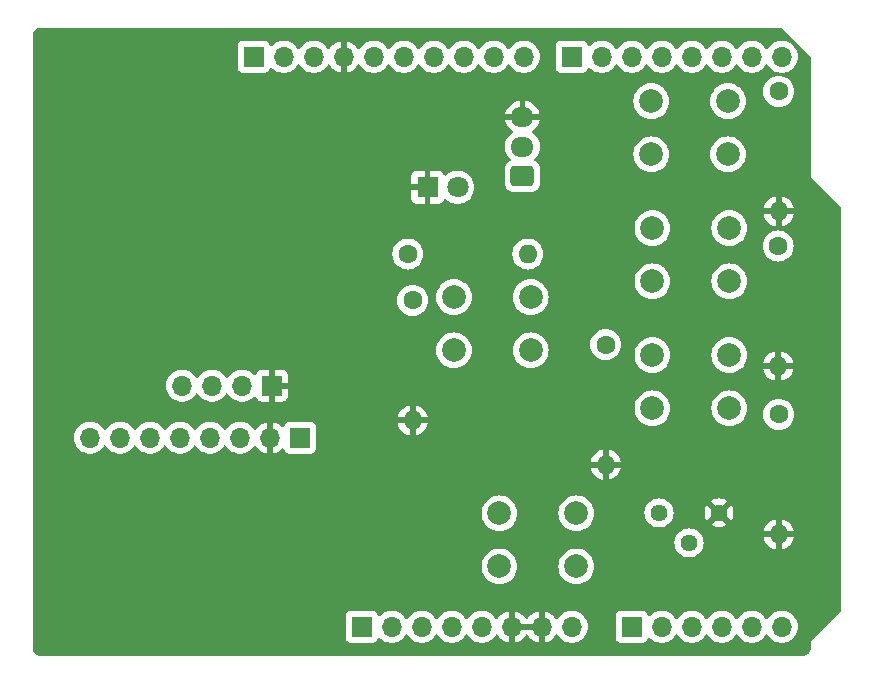
<source format=gbr>
%TF.GenerationSoftware,KiCad,Pcbnew,8.0.8*%
%TF.CreationDate,2025-02-03T17:03:17-07:00*%
%TF.ProjectId,Thermo_Probe,54686572-6d6f-45f5-9072-6f62652e6b69,rev?*%
%TF.SameCoordinates,Original*%
%TF.FileFunction,Copper,L2,Bot*%
%TF.FilePolarity,Positive*%
%FSLAX46Y46*%
G04 Gerber Fmt 4.6, Leading zero omitted, Abs format (unit mm)*
G04 Created by KiCad (PCBNEW 8.0.8) date 2025-02-03 17:03:17*
%MOMM*%
%LPD*%
G01*
G04 APERTURE LIST*
G04 Aperture macros list*
%AMRoundRect*
0 Rectangle with rounded corners*
0 $1 Rounding radius*
0 $2 $3 $4 $5 $6 $7 $8 $9 X,Y pos of 4 corners*
0 Add a 4 corners polygon primitive as box body*
4,1,4,$2,$3,$4,$5,$6,$7,$8,$9,$2,$3,0*
0 Add four circle primitives for the rounded corners*
1,1,$1+$1,$2,$3*
1,1,$1+$1,$4,$5*
1,1,$1+$1,$6,$7*
1,1,$1+$1,$8,$9*
0 Add four rect primitives between the rounded corners*
20,1,$1+$1,$2,$3,$4,$5,0*
20,1,$1+$1,$4,$5,$6,$7,0*
20,1,$1+$1,$6,$7,$8,$9,0*
20,1,$1+$1,$8,$9,$2,$3,0*%
G04 Aperture macros list end*
%TA.AperFunction,ComponentPad*%
%ADD10R,1.700000X1.700000*%
%TD*%
%TA.AperFunction,ComponentPad*%
%ADD11O,1.700000X1.700000*%
%TD*%
%TA.AperFunction,ComponentPad*%
%ADD12C,1.600000*%
%TD*%
%TA.AperFunction,ComponentPad*%
%ADD13O,1.600000X1.600000*%
%TD*%
%TA.AperFunction,ComponentPad*%
%ADD14C,2.000000*%
%TD*%
%TA.AperFunction,ComponentPad*%
%ADD15RoundRect,0.250000X0.725000X-0.600000X0.725000X0.600000X-0.725000X0.600000X-0.725000X-0.600000X0*%
%TD*%
%TA.AperFunction,ComponentPad*%
%ADD16O,1.950000X1.700000*%
%TD*%
%TA.AperFunction,ComponentPad*%
%ADD17R,1.800000X1.800000*%
%TD*%
%TA.AperFunction,ComponentPad*%
%ADD18C,1.800000*%
%TD*%
%TA.AperFunction,ComponentPad*%
%ADD19C,1.440000*%
%TD*%
G04 APERTURE END LIST*
D10*
%TO.P,J1,1,Pin_1*%
%TO.N,unconnected-(J1-Pin_1-Pad1)*%
X127940000Y-97460000D03*
D11*
%TO.P,J1,2,Pin_2*%
%TO.N,/IOREF*%
X130480000Y-97460000D03*
%TO.P,J1,3,Pin_3*%
%TO.N,/~{RESET}*%
X133020000Y-97460000D03*
%TO.P,J1,4,Pin_4*%
%TO.N,+3V3*%
X135560000Y-97460000D03*
%TO.P,J1,5,Pin_5*%
%TO.N,+5V*%
X138100000Y-97460000D03*
%TO.P,J1,6,Pin_6*%
%TO.N,GND*%
X140640000Y-97460000D03*
%TO.P,J1,7,Pin_7*%
X143180000Y-97460000D03*
%TO.P,J1,8,Pin_8*%
%TO.N,VCC*%
X145720000Y-97460000D03*
%TD*%
D10*
%TO.P,J3,1,Pin_1*%
%TO.N,/Temp_sensor*%
X150800000Y-97460000D03*
D11*
%TO.P,J3,2,Pin_2*%
%TO.N,/A1*%
X153340000Y-97460000D03*
%TO.P,J3,3,Pin_3*%
%TO.N,/A2*%
X155880000Y-97460000D03*
%TO.P,J3,4,Pin_4*%
%TO.N,/A3*%
X158420000Y-97460000D03*
%TO.P,J3,5,Pin_5*%
%TO.N,/SDA{slash}A4*%
X160960000Y-97460000D03*
%TO.P,J3,6,Pin_6*%
%TO.N,/SCL{slash}A5*%
X163500000Y-97460000D03*
%TD*%
D10*
%TO.P,J2,1,Pin_1*%
%TO.N,/I2C_SDA*%
X118796000Y-49200000D03*
D11*
%TO.P,J2,2,Pin_2*%
%TO.N,/I2C_SCL*%
X121336000Y-49200000D03*
%TO.P,J2,3,Pin_3*%
%TO.N,/AREF*%
X123876000Y-49200000D03*
%TO.P,J2,4,Pin_4*%
%TO.N,GND*%
X126416000Y-49200000D03*
%TO.P,J2,5,Pin_5*%
%TO.N,/button_on{slash}off*%
X128956000Y-49200000D03*
%TO.P,J2,6,Pin_6*%
%TO.N,/12*%
X131496000Y-49200000D03*
%TO.P,J2,7,Pin_7*%
%TO.N,/\u002A11*%
X134036000Y-49200000D03*
%TO.P,J2,8,Pin_8*%
%TO.N,/LED_light*%
X136576000Y-49200000D03*
%TO.P,J2,9,Pin_9*%
%TO.N,unconnected-(J2-Pin_9-Pad9)*%
X139116000Y-49200000D03*
%TO.P,J2,10,Pin_10*%
%TO.N,/temp_digital*%
X141656000Y-49200000D03*
%TD*%
D10*
%TO.P,J4,1,Pin_1*%
%TO.N,unconnected-(J4-Pin_1-Pad1)*%
X145720000Y-49200000D03*
D11*
%TO.P,J4,2,Pin_2*%
%TO.N,/button_light*%
X148260000Y-49200000D03*
%TO.P,J4,3,Pin_3*%
%TO.N,/button_lock*%
X150800000Y-49200000D03*
%TO.P,J4,4,Pin_4*%
%TO.N,/button_cal*%
X153340000Y-49200000D03*
%TO.P,J4,5,Pin_5*%
%TO.N,/button_unit*%
X155880000Y-49200000D03*
%TO.P,J4,6,Pin_6*%
%TO.N,/2*%
X158420000Y-49200000D03*
%TO.P,J4,7,Pin_7*%
%TO.N,/TX{slash}1*%
X160960000Y-49200000D03*
%TO.P,J4,8,Pin_8*%
%TO.N,/RX{slash}0*%
X163500000Y-49200000D03*
%TD*%
D12*
%TO.P,R2,1*%
%TO.N,/button_cal*%
X163200000Y-65220000D03*
D13*
%TO.P,R2,2*%
%TO.N,GND*%
X163200000Y-75380000D03*
%TD*%
D11*
%TO.P,J5,8,Pin_8*%
%TO.N,unconnected-(J5-Pin_8-Pad8)*%
X104940000Y-81450000D03*
%TO.P,J5,7,Pin_7*%
%TO.N,unconnected-(J5-Pin_7-Pad7)*%
X107480000Y-81450000D03*
%TO.P,J5,6,Pin_6*%
%TO.N,unconnected-(J5-Pin_6-Pad6)*%
X110020000Y-81450000D03*
%TO.P,J5,5,Pin_5*%
%TO.N,unconnected-(J5-Pin_5-Pad5)*%
X112560000Y-81450000D03*
%TO.P,J5,4,Pin_4*%
%TO.N,/I2C_SDA*%
X115100000Y-81450000D03*
%TO.P,J5,3,Pin_3*%
%TO.N,/I2C_SCL*%
X117640000Y-81450000D03*
%TO.P,J5,2,Pin_2*%
%TO.N,GND*%
X120180000Y-81450000D03*
D10*
%TO.P,J5,1,Pin_1*%
%TO.N,+5V*%
X122720000Y-81450000D03*
%TD*%
D14*
%TO.P,SW1,1,A*%
%TO.N,/button_unit*%
X152450000Y-52950000D03*
X158950000Y-52950000D03*
%TO.P,SW1,2,B*%
%TO.N,+5V*%
X152450000Y-57450000D03*
X158950000Y-57450000D03*
%TD*%
D12*
%TO.P,R4,1*%
%TO.N,/button_on{slash}off*%
X132250000Y-69820000D03*
D13*
%TO.P,R4,2*%
%TO.N,GND*%
X132250000Y-79980000D03*
%TD*%
D12*
%TO.P,R3,1*%
%TO.N,/button_lock*%
X148600000Y-73570000D03*
D13*
%TO.P,R3,2*%
%TO.N,GND*%
X148600000Y-83730000D03*
%TD*%
D15*
%TO.P,J7,1,Pin_1*%
%TO.N,+5V*%
X141550000Y-59300000D03*
D16*
%TO.P,J7,2,Pin_2*%
%TO.N,/temp_digital*%
X141550000Y-56800000D03*
%TO.P,J7,3,Pin_3*%
%TO.N,GND*%
X141550000Y-54300000D03*
%TD*%
D12*
%TO.P,R1,1*%
%TO.N,/button_unit*%
X163250000Y-52120000D03*
D13*
%TO.P,R1,2*%
%TO.N,GND*%
X163250000Y-62280000D03*
%TD*%
D12*
%TO.P,R6,1*%
%TO.N,/LED_light*%
X131850000Y-65900000D03*
D13*
%TO.P,R6,2*%
%TO.N,Net-(D1-A)*%
X142010000Y-65900000D03*
%TD*%
D14*
%TO.P,SW5,1,A*%
%TO.N,/button_light*%
X139600000Y-87850000D03*
X146100000Y-87850000D03*
%TO.P,SW5,2,B*%
%TO.N,+5V*%
X139600000Y-92350000D03*
X146100000Y-92350000D03*
%TD*%
D10*
%TO.P,J6,1,Pin_1*%
%TO.N,GND*%
X120351668Y-77038332D03*
D11*
%TO.P,J6,2,Pin_2*%
%TO.N,+5V*%
X117811668Y-77038332D03*
%TO.P,J6,3,Pin_3*%
%TO.N,/I2C_SCL*%
X115271668Y-77038332D03*
%TO.P,J6,4,Pin_4*%
%TO.N,/I2C_SDA*%
X112731668Y-77038332D03*
%TD*%
D17*
%TO.P,D1,1,K*%
%TO.N,GND*%
X133510000Y-60250000D03*
D18*
%TO.P,D1,2,A*%
%TO.N,Net-(D1-A)*%
X136050000Y-60250000D03*
%TD*%
D14*
%TO.P,SW2,1,A*%
%TO.N,/button_cal*%
X152550000Y-63700000D03*
X159050000Y-63700000D03*
%TO.P,SW2,2,B*%
%TO.N,+5V*%
X152550000Y-68200000D03*
X159050000Y-68200000D03*
%TD*%
D12*
%TO.P,R5,1*%
%TO.N,/button_light*%
X163250000Y-79470000D03*
D13*
%TO.P,R5,2*%
%TO.N,GND*%
X163250000Y-89630000D03*
%TD*%
D14*
%TO.P,SW4,1,A*%
%TO.N,/button_on{slash}off*%
X135750000Y-69550000D03*
X142250000Y-69550000D03*
%TO.P,SW4,2,B*%
%TO.N,+5V*%
X135750000Y-74050000D03*
X142250000Y-74050000D03*
%TD*%
D19*
%TO.P,RV1,1,1*%
%TO.N,+5V*%
X153110000Y-87815000D03*
%TO.P,RV1,2,2*%
%TO.N,/Temp_sensor*%
X155650000Y-90355000D03*
%TO.P,RV1,3,3*%
%TO.N,GND*%
X158190000Y-87815000D03*
%TD*%
D14*
%TO.P,SW3,1,A*%
%TO.N,/button_lock*%
X152550000Y-74450000D03*
X159050000Y-74450000D03*
%TO.P,SW3,2,B*%
%TO.N,+5V*%
X152550000Y-78950000D03*
X159050000Y-78950000D03*
%TD*%
%TA.AperFunction,Conductor*%
%TO.N,GND*%
G36*
X142714075Y-97267007D02*
G01*
X142680000Y-97394174D01*
X142680000Y-97525826D01*
X142714075Y-97652993D01*
X142746988Y-97710000D01*
X141073012Y-97710000D01*
X141105925Y-97652993D01*
X141140000Y-97525826D01*
X141140000Y-97394174D01*
X141105925Y-97267007D01*
X141073012Y-97210000D01*
X142746988Y-97210000D01*
X142714075Y-97267007D01*
G37*
%TD.AperFunction*%
%TA.AperFunction,Conductor*%
G36*
X163484404Y-46755185D02*
G01*
X163505046Y-46771819D01*
X165928181Y-49194954D01*
X165961666Y-49256277D01*
X165964500Y-49282635D01*
X165964500Y-59344982D01*
X165964500Y-59375018D01*
X165975994Y-59402767D01*
X165975995Y-59402768D01*
X168468181Y-61894954D01*
X168501666Y-61956277D01*
X168504500Y-61982635D01*
X168504500Y-96107364D01*
X168484815Y-96174403D01*
X168468181Y-96195045D01*
X165997233Y-98665994D01*
X165975995Y-98687231D01*
X165964500Y-98714982D01*
X165964500Y-99231907D01*
X165963903Y-99244062D01*
X165952505Y-99359778D01*
X165947763Y-99383618D01*
X165917832Y-99482290D01*
X165915789Y-99489024D01*
X165906486Y-99511482D01*
X165854561Y-99608627D01*
X165841056Y-99628839D01*
X165771176Y-99713988D01*
X165753988Y-99731176D01*
X165668839Y-99801056D01*
X165648627Y-99814561D01*
X165551482Y-99866486D01*
X165529028Y-99875787D01*
X165487028Y-99888528D01*
X165423618Y-99907763D01*
X165399778Y-99912505D01*
X165291162Y-99923203D01*
X165284060Y-99923903D01*
X165271907Y-99924500D01*
X100768093Y-99924500D01*
X100755939Y-99923903D01*
X100747995Y-99923120D01*
X100640221Y-99912505D01*
X100616381Y-99907763D01*
X100599445Y-99902625D01*
X100510968Y-99875786D01*
X100488517Y-99866486D01*
X100391372Y-99814561D01*
X100371160Y-99801056D01*
X100286011Y-99731176D01*
X100268823Y-99713988D01*
X100198943Y-99628839D01*
X100185438Y-99608627D01*
X100133510Y-99511476D01*
X100124215Y-99489037D01*
X100092234Y-99383612D01*
X100087494Y-99359777D01*
X100076097Y-99244061D01*
X100075500Y-99231907D01*
X100075500Y-96561345D01*
X126581500Y-96561345D01*
X126581500Y-98358654D01*
X126588011Y-98419202D01*
X126588011Y-98419204D01*
X126639111Y-98556204D01*
X126726739Y-98673261D01*
X126843796Y-98760889D01*
X126980799Y-98811989D01*
X127008050Y-98814918D01*
X127041345Y-98818499D01*
X127041362Y-98818500D01*
X128838638Y-98818500D01*
X128838654Y-98818499D01*
X128865692Y-98815591D01*
X128899201Y-98811989D01*
X129036204Y-98760889D01*
X129153261Y-98673261D01*
X129240889Y-98556204D01*
X129286138Y-98434887D01*
X129328009Y-98378956D01*
X129393474Y-98354539D01*
X129461746Y-98369391D01*
X129493545Y-98394236D01*
X129556760Y-98462906D01*
X129734424Y-98601189D01*
X129734425Y-98601189D01*
X129734427Y-98601191D01*
X129861135Y-98669761D01*
X129932426Y-98708342D01*
X130145365Y-98781444D01*
X130367431Y-98818500D01*
X130592569Y-98818500D01*
X130814635Y-98781444D01*
X131027574Y-98708342D01*
X131225576Y-98601189D01*
X131403240Y-98462906D01*
X131524594Y-98331082D01*
X131555715Y-98297276D01*
X131555715Y-98297275D01*
X131555722Y-98297268D01*
X131646193Y-98158790D01*
X131699338Y-98113437D01*
X131768569Y-98104013D01*
X131831905Y-98133515D01*
X131853804Y-98158787D01*
X131944278Y-98297268D01*
X131944283Y-98297273D01*
X131944284Y-98297276D01*
X132070968Y-98434889D01*
X132096760Y-98462906D01*
X132274424Y-98601189D01*
X132274425Y-98601189D01*
X132274427Y-98601191D01*
X132401135Y-98669761D01*
X132472426Y-98708342D01*
X132685365Y-98781444D01*
X132907431Y-98818500D01*
X133132569Y-98818500D01*
X133354635Y-98781444D01*
X133567574Y-98708342D01*
X133765576Y-98601189D01*
X133943240Y-98462906D01*
X134064594Y-98331082D01*
X134095715Y-98297276D01*
X134095715Y-98297275D01*
X134095722Y-98297268D01*
X134186193Y-98158790D01*
X134239338Y-98113437D01*
X134308569Y-98104013D01*
X134371905Y-98133515D01*
X134393804Y-98158787D01*
X134484278Y-98297268D01*
X134484283Y-98297273D01*
X134484284Y-98297276D01*
X134610968Y-98434889D01*
X134636760Y-98462906D01*
X134814424Y-98601189D01*
X134814425Y-98601189D01*
X134814427Y-98601191D01*
X134941135Y-98669761D01*
X135012426Y-98708342D01*
X135225365Y-98781444D01*
X135447431Y-98818500D01*
X135672569Y-98818500D01*
X135894635Y-98781444D01*
X136107574Y-98708342D01*
X136305576Y-98601189D01*
X136483240Y-98462906D01*
X136604594Y-98331082D01*
X136635715Y-98297276D01*
X136635715Y-98297275D01*
X136635722Y-98297268D01*
X136726193Y-98158790D01*
X136779338Y-98113437D01*
X136848569Y-98104013D01*
X136911905Y-98133515D01*
X136933804Y-98158787D01*
X137024278Y-98297268D01*
X137024283Y-98297273D01*
X137024284Y-98297276D01*
X137150968Y-98434889D01*
X137176760Y-98462906D01*
X137354424Y-98601189D01*
X137354425Y-98601189D01*
X137354427Y-98601191D01*
X137481135Y-98669761D01*
X137552426Y-98708342D01*
X137765365Y-98781444D01*
X137987431Y-98818500D01*
X138212569Y-98818500D01*
X138434635Y-98781444D01*
X138647574Y-98708342D01*
X138845576Y-98601189D01*
X139023240Y-98462906D01*
X139144594Y-98331082D01*
X139175715Y-98297276D01*
X139175715Y-98297275D01*
X139175722Y-98297268D01*
X139269749Y-98153347D01*
X139322894Y-98107994D01*
X139392125Y-98098570D01*
X139455461Y-98128072D01*
X139475130Y-98150048D01*
X139601890Y-98331078D01*
X139768917Y-98498105D01*
X139962421Y-98633600D01*
X140176507Y-98733429D01*
X140176516Y-98733433D01*
X140390000Y-98790634D01*
X140390000Y-97893012D01*
X140447007Y-97925925D01*
X140574174Y-97960000D01*
X140705826Y-97960000D01*
X140832993Y-97925925D01*
X140890000Y-97893012D01*
X140890000Y-98790633D01*
X141103483Y-98733433D01*
X141103492Y-98733429D01*
X141317578Y-98633600D01*
X141511082Y-98498105D01*
X141678105Y-98331082D01*
X141808425Y-98144968D01*
X141863002Y-98101344D01*
X141932501Y-98094151D01*
X141994855Y-98125673D01*
X142011575Y-98144968D01*
X142141894Y-98331082D01*
X142308917Y-98498105D01*
X142502421Y-98633600D01*
X142716507Y-98733429D01*
X142716516Y-98733433D01*
X142930000Y-98790634D01*
X142930000Y-97893012D01*
X142987007Y-97925925D01*
X143114174Y-97960000D01*
X143245826Y-97960000D01*
X143372993Y-97925925D01*
X143430000Y-97893012D01*
X143430000Y-98790633D01*
X143643483Y-98733433D01*
X143643492Y-98733429D01*
X143857578Y-98633600D01*
X144051082Y-98498105D01*
X144218105Y-98331082D01*
X144344868Y-98150048D01*
X144399445Y-98106423D01*
X144468944Y-98099231D01*
X144531298Y-98130753D01*
X144550251Y-98153350D01*
X144644276Y-98297265D01*
X144644284Y-98297276D01*
X144770968Y-98434889D01*
X144796760Y-98462906D01*
X144974424Y-98601189D01*
X144974425Y-98601189D01*
X144974427Y-98601191D01*
X145101135Y-98669761D01*
X145172426Y-98708342D01*
X145385365Y-98781444D01*
X145607431Y-98818500D01*
X145832569Y-98818500D01*
X146054635Y-98781444D01*
X146267574Y-98708342D01*
X146465576Y-98601189D01*
X146643240Y-98462906D01*
X146764594Y-98331082D01*
X146795715Y-98297276D01*
X146795717Y-98297273D01*
X146795722Y-98297268D01*
X146918860Y-98108791D01*
X147009296Y-97902616D01*
X147064564Y-97684368D01*
X147067164Y-97652993D01*
X147083156Y-97460005D01*
X147083156Y-97459994D01*
X147064565Y-97235640D01*
X147064563Y-97235628D01*
X147009296Y-97017385D01*
X146999071Y-96994075D01*
X146918860Y-96811209D01*
X146902706Y-96786484D01*
X146795723Y-96622734D01*
X146795715Y-96622723D01*
X146739212Y-96561345D01*
X149441500Y-96561345D01*
X149441500Y-98358654D01*
X149448011Y-98419202D01*
X149448011Y-98419204D01*
X149499111Y-98556204D01*
X149586739Y-98673261D01*
X149703796Y-98760889D01*
X149840799Y-98811989D01*
X149868050Y-98814918D01*
X149901345Y-98818499D01*
X149901362Y-98818500D01*
X151698638Y-98818500D01*
X151698654Y-98818499D01*
X151725692Y-98815591D01*
X151759201Y-98811989D01*
X151896204Y-98760889D01*
X152013261Y-98673261D01*
X152100889Y-98556204D01*
X152146138Y-98434887D01*
X152188009Y-98378956D01*
X152253474Y-98354539D01*
X152321746Y-98369391D01*
X152353545Y-98394236D01*
X152416760Y-98462906D01*
X152594424Y-98601189D01*
X152594425Y-98601189D01*
X152594427Y-98601191D01*
X152721135Y-98669761D01*
X152792426Y-98708342D01*
X153005365Y-98781444D01*
X153227431Y-98818500D01*
X153452569Y-98818500D01*
X153674635Y-98781444D01*
X153887574Y-98708342D01*
X154085576Y-98601189D01*
X154263240Y-98462906D01*
X154384594Y-98331082D01*
X154415715Y-98297276D01*
X154415715Y-98297275D01*
X154415722Y-98297268D01*
X154506193Y-98158790D01*
X154559338Y-98113437D01*
X154628569Y-98104013D01*
X154691905Y-98133515D01*
X154713804Y-98158787D01*
X154804278Y-98297268D01*
X154804283Y-98297273D01*
X154804284Y-98297276D01*
X154930968Y-98434889D01*
X154956760Y-98462906D01*
X155134424Y-98601189D01*
X155134425Y-98601189D01*
X155134427Y-98601191D01*
X155261135Y-98669761D01*
X155332426Y-98708342D01*
X155545365Y-98781444D01*
X155767431Y-98818500D01*
X155992569Y-98818500D01*
X156214635Y-98781444D01*
X156427574Y-98708342D01*
X156625576Y-98601189D01*
X156803240Y-98462906D01*
X156924594Y-98331082D01*
X156955715Y-98297276D01*
X156955715Y-98297275D01*
X156955722Y-98297268D01*
X157046193Y-98158790D01*
X157099338Y-98113437D01*
X157168569Y-98104013D01*
X157231905Y-98133515D01*
X157253804Y-98158787D01*
X157344278Y-98297268D01*
X157344283Y-98297273D01*
X157344284Y-98297276D01*
X157470968Y-98434889D01*
X157496760Y-98462906D01*
X157674424Y-98601189D01*
X157674425Y-98601189D01*
X157674427Y-98601191D01*
X157801135Y-98669761D01*
X157872426Y-98708342D01*
X158085365Y-98781444D01*
X158307431Y-98818500D01*
X158532569Y-98818500D01*
X158754635Y-98781444D01*
X158967574Y-98708342D01*
X159165576Y-98601189D01*
X159343240Y-98462906D01*
X159464594Y-98331082D01*
X159495715Y-98297276D01*
X159495715Y-98297275D01*
X159495722Y-98297268D01*
X159586193Y-98158790D01*
X159639338Y-98113437D01*
X159708569Y-98104013D01*
X159771905Y-98133515D01*
X159793804Y-98158787D01*
X159884278Y-98297268D01*
X159884283Y-98297273D01*
X159884284Y-98297276D01*
X160010968Y-98434889D01*
X160036760Y-98462906D01*
X160214424Y-98601189D01*
X160214425Y-98601189D01*
X160214427Y-98601191D01*
X160341135Y-98669761D01*
X160412426Y-98708342D01*
X160625365Y-98781444D01*
X160847431Y-98818500D01*
X161072569Y-98818500D01*
X161294635Y-98781444D01*
X161507574Y-98708342D01*
X161705576Y-98601189D01*
X161883240Y-98462906D01*
X162004594Y-98331082D01*
X162035715Y-98297276D01*
X162035715Y-98297275D01*
X162035722Y-98297268D01*
X162126193Y-98158790D01*
X162179338Y-98113437D01*
X162248569Y-98104013D01*
X162311905Y-98133515D01*
X162333804Y-98158787D01*
X162424278Y-98297268D01*
X162424283Y-98297273D01*
X162424284Y-98297276D01*
X162550968Y-98434889D01*
X162576760Y-98462906D01*
X162754424Y-98601189D01*
X162754425Y-98601189D01*
X162754427Y-98601191D01*
X162881135Y-98669761D01*
X162952426Y-98708342D01*
X163165365Y-98781444D01*
X163387431Y-98818500D01*
X163612569Y-98818500D01*
X163834635Y-98781444D01*
X164047574Y-98708342D01*
X164245576Y-98601189D01*
X164423240Y-98462906D01*
X164544594Y-98331082D01*
X164575715Y-98297276D01*
X164575717Y-98297273D01*
X164575722Y-98297268D01*
X164698860Y-98108791D01*
X164789296Y-97902616D01*
X164844564Y-97684368D01*
X164847164Y-97652993D01*
X164863156Y-97460005D01*
X164863156Y-97459994D01*
X164844565Y-97235640D01*
X164844563Y-97235628D01*
X164789296Y-97017385D01*
X164779071Y-96994075D01*
X164698860Y-96811209D01*
X164682706Y-96786484D01*
X164575723Y-96622734D01*
X164575715Y-96622723D01*
X164423243Y-96457097D01*
X164423238Y-96457092D01*
X164245577Y-96318812D01*
X164245572Y-96318808D01*
X164047580Y-96211661D01*
X164047577Y-96211659D01*
X164047574Y-96211658D01*
X164047571Y-96211657D01*
X164047569Y-96211656D01*
X163834637Y-96138556D01*
X163612569Y-96101500D01*
X163387431Y-96101500D01*
X163165362Y-96138556D01*
X162952430Y-96211656D01*
X162952419Y-96211661D01*
X162754427Y-96318808D01*
X162754422Y-96318812D01*
X162576761Y-96457092D01*
X162576756Y-96457097D01*
X162424284Y-96622723D01*
X162424276Y-96622734D01*
X162333808Y-96761206D01*
X162280662Y-96806562D01*
X162211431Y-96815986D01*
X162148095Y-96786484D01*
X162126192Y-96761206D01*
X162035723Y-96622734D01*
X162035715Y-96622723D01*
X161883243Y-96457097D01*
X161883238Y-96457092D01*
X161705577Y-96318812D01*
X161705572Y-96318808D01*
X161507580Y-96211661D01*
X161507577Y-96211659D01*
X161507574Y-96211658D01*
X161507571Y-96211657D01*
X161507569Y-96211656D01*
X161294637Y-96138556D01*
X161072569Y-96101500D01*
X160847431Y-96101500D01*
X160625362Y-96138556D01*
X160412430Y-96211656D01*
X160412419Y-96211661D01*
X160214427Y-96318808D01*
X160214422Y-96318812D01*
X160036761Y-96457092D01*
X160036756Y-96457097D01*
X159884284Y-96622723D01*
X159884276Y-96622734D01*
X159793808Y-96761206D01*
X159740662Y-96806562D01*
X159671431Y-96815986D01*
X159608095Y-96786484D01*
X159586192Y-96761206D01*
X159495723Y-96622734D01*
X159495715Y-96622723D01*
X159343243Y-96457097D01*
X159343238Y-96457092D01*
X159165577Y-96318812D01*
X159165572Y-96318808D01*
X158967580Y-96211661D01*
X158967577Y-96211659D01*
X158967574Y-96211658D01*
X158967571Y-96211657D01*
X158967569Y-96211656D01*
X158754637Y-96138556D01*
X158532569Y-96101500D01*
X158307431Y-96101500D01*
X158085362Y-96138556D01*
X157872430Y-96211656D01*
X157872419Y-96211661D01*
X157674427Y-96318808D01*
X157674422Y-96318812D01*
X157496761Y-96457092D01*
X157496756Y-96457097D01*
X157344284Y-96622723D01*
X157344276Y-96622734D01*
X157253808Y-96761206D01*
X157200662Y-96806562D01*
X157131431Y-96815986D01*
X157068095Y-96786484D01*
X157046192Y-96761206D01*
X156955723Y-96622734D01*
X156955715Y-96622723D01*
X156803243Y-96457097D01*
X156803238Y-96457092D01*
X156625577Y-96318812D01*
X156625572Y-96318808D01*
X156427580Y-96211661D01*
X156427577Y-96211659D01*
X156427574Y-96211658D01*
X156427571Y-96211657D01*
X156427569Y-96211656D01*
X156214637Y-96138556D01*
X155992569Y-96101500D01*
X155767431Y-96101500D01*
X155545362Y-96138556D01*
X155332430Y-96211656D01*
X155332419Y-96211661D01*
X155134427Y-96318808D01*
X155134422Y-96318812D01*
X154956761Y-96457092D01*
X154956756Y-96457097D01*
X154804284Y-96622723D01*
X154804276Y-96622734D01*
X154713808Y-96761206D01*
X154660662Y-96806562D01*
X154591431Y-96815986D01*
X154528095Y-96786484D01*
X154506192Y-96761206D01*
X154415723Y-96622734D01*
X154415715Y-96622723D01*
X154263243Y-96457097D01*
X154263238Y-96457092D01*
X154085577Y-96318812D01*
X154085572Y-96318808D01*
X153887580Y-96211661D01*
X153887577Y-96211659D01*
X153887574Y-96211658D01*
X153887571Y-96211657D01*
X153887569Y-96211656D01*
X153674637Y-96138556D01*
X153452569Y-96101500D01*
X153227431Y-96101500D01*
X153005362Y-96138556D01*
X152792430Y-96211656D01*
X152792419Y-96211661D01*
X152594427Y-96318808D01*
X152594422Y-96318812D01*
X152416761Y-96457092D01*
X152353548Y-96525760D01*
X152293661Y-96561750D01*
X152223823Y-96559649D01*
X152166207Y-96520124D01*
X152146138Y-96485110D01*
X152100889Y-96363796D01*
X152067214Y-96318812D01*
X152013261Y-96246739D01*
X151896204Y-96159111D01*
X151895172Y-96158726D01*
X151759203Y-96108011D01*
X151698654Y-96101500D01*
X151698638Y-96101500D01*
X149901362Y-96101500D01*
X149901345Y-96101500D01*
X149840797Y-96108011D01*
X149840795Y-96108011D01*
X149703795Y-96159111D01*
X149586739Y-96246739D01*
X149499111Y-96363795D01*
X149448011Y-96500795D01*
X149448011Y-96500797D01*
X149441500Y-96561345D01*
X146739212Y-96561345D01*
X146643243Y-96457097D01*
X146643238Y-96457092D01*
X146465577Y-96318812D01*
X146465572Y-96318808D01*
X146267580Y-96211661D01*
X146267577Y-96211659D01*
X146267574Y-96211658D01*
X146267571Y-96211657D01*
X146267569Y-96211656D01*
X146054637Y-96138556D01*
X145832569Y-96101500D01*
X145607431Y-96101500D01*
X145385362Y-96138556D01*
X145172430Y-96211656D01*
X145172419Y-96211661D01*
X144974427Y-96318808D01*
X144974422Y-96318812D01*
X144796761Y-96457092D01*
X144796756Y-96457097D01*
X144644284Y-96622723D01*
X144644276Y-96622734D01*
X144550251Y-96766650D01*
X144497105Y-96812007D01*
X144427873Y-96821430D01*
X144364538Y-96791928D01*
X144344868Y-96769951D01*
X144218113Y-96588926D01*
X144218108Y-96588920D01*
X144051082Y-96421894D01*
X143857578Y-96286399D01*
X143643492Y-96186570D01*
X143643486Y-96186567D01*
X143430000Y-96129364D01*
X143430000Y-97026988D01*
X143372993Y-96994075D01*
X143245826Y-96960000D01*
X143114174Y-96960000D01*
X142987007Y-96994075D01*
X142930000Y-97026988D01*
X142930000Y-96129364D01*
X142929999Y-96129364D01*
X142716513Y-96186567D01*
X142716507Y-96186570D01*
X142502422Y-96286399D01*
X142502420Y-96286400D01*
X142308926Y-96421886D01*
X142308920Y-96421891D01*
X142141891Y-96588920D01*
X142141890Y-96588922D01*
X142011575Y-96775031D01*
X141956998Y-96818655D01*
X141887499Y-96825848D01*
X141825145Y-96794326D01*
X141808425Y-96775031D01*
X141678109Y-96588922D01*
X141678108Y-96588920D01*
X141511082Y-96421894D01*
X141317578Y-96286399D01*
X141103492Y-96186570D01*
X141103486Y-96186567D01*
X140890000Y-96129364D01*
X140890000Y-97026988D01*
X140832993Y-96994075D01*
X140705826Y-96960000D01*
X140574174Y-96960000D01*
X140447007Y-96994075D01*
X140390000Y-97026988D01*
X140390000Y-96129364D01*
X140389999Y-96129364D01*
X140176513Y-96186567D01*
X140176507Y-96186570D01*
X139962422Y-96286399D01*
X139962420Y-96286400D01*
X139768926Y-96421886D01*
X139768920Y-96421891D01*
X139601891Y-96588920D01*
X139601890Y-96588922D01*
X139475131Y-96769952D01*
X139420554Y-96813577D01*
X139351055Y-96820769D01*
X139288701Y-96789247D01*
X139269752Y-96766656D01*
X139175722Y-96622732D01*
X139175715Y-96622725D01*
X139175715Y-96622723D01*
X139023243Y-96457097D01*
X139023238Y-96457092D01*
X138845577Y-96318812D01*
X138845572Y-96318808D01*
X138647580Y-96211661D01*
X138647577Y-96211659D01*
X138647574Y-96211658D01*
X138647571Y-96211657D01*
X138647569Y-96211656D01*
X138434637Y-96138556D01*
X138212569Y-96101500D01*
X137987431Y-96101500D01*
X137765362Y-96138556D01*
X137552430Y-96211656D01*
X137552419Y-96211661D01*
X137354427Y-96318808D01*
X137354422Y-96318812D01*
X137176761Y-96457092D01*
X137176756Y-96457097D01*
X137024284Y-96622723D01*
X137024276Y-96622734D01*
X136933808Y-96761206D01*
X136880662Y-96806562D01*
X136811431Y-96815986D01*
X136748095Y-96786484D01*
X136726192Y-96761206D01*
X136635723Y-96622734D01*
X136635715Y-96622723D01*
X136483243Y-96457097D01*
X136483238Y-96457092D01*
X136305577Y-96318812D01*
X136305572Y-96318808D01*
X136107580Y-96211661D01*
X136107577Y-96211659D01*
X136107574Y-96211658D01*
X136107571Y-96211657D01*
X136107569Y-96211656D01*
X135894637Y-96138556D01*
X135672569Y-96101500D01*
X135447431Y-96101500D01*
X135225362Y-96138556D01*
X135012430Y-96211656D01*
X135012419Y-96211661D01*
X134814427Y-96318808D01*
X134814422Y-96318812D01*
X134636761Y-96457092D01*
X134636756Y-96457097D01*
X134484284Y-96622723D01*
X134484276Y-96622734D01*
X134393808Y-96761206D01*
X134340662Y-96806562D01*
X134271431Y-96815986D01*
X134208095Y-96786484D01*
X134186192Y-96761206D01*
X134095723Y-96622734D01*
X134095715Y-96622723D01*
X133943243Y-96457097D01*
X133943238Y-96457092D01*
X133765577Y-96318812D01*
X133765572Y-96318808D01*
X133567580Y-96211661D01*
X133567577Y-96211659D01*
X133567574Y-96211658D01*
X133567571Y-96211657D01*
X133567569Y-96211656D01*
X133354637Y-96138556D01*
X133132569Y-96101500D01*
X132907431Y-96101500D01*
X132685362Y-96138556D01*
X132472430Y-96211656D01*
X132472419Y-96211661D01*
X132274427Y-96318808D01*
X132274422Y-96318812D01*
X132096761Y-96457092D01*
X132096756Y-96457097D01*
X131944284Y-96622723D01*
X131944276Y-96622734D01*
X131853808Y-96761206D01*
X131800662Y-96806562D01*
X131731431Y-96815986D01*
X131668095Y-96786484D01*
X131646192Y-96761206D01*
X131555723Y-96622734D01*
X131555715Y-96622723D01*
X131403243Y-96457097D01*
X131403238Y-96457092D01*
X131225577Y-96318812D01*
X131225572Y-96318808D01*
X131027580Y-96211661D01*
X131027577Y-96211659D01*
X131027574Y-96211658D01*
X131027571Y-96211657D01*
X131027569Y-96211656D01*
X130814637Y-96138556D01*
X130592569Y-96101500D01*
X130367431Y-96101500D01*
X130145362Y-96138556D01*
X129932430Y-96211656D01*
X129932419Y-96211661D01*
X129734427Y-96318808D01*
X129734422Y-96318812D01*
X129556761Y-96457092D01*
X129493548Y-96525760D01*
X129433661Y-96561750D01*
X129363823Y-96559649D01*
X129306207Y-96520124D01*
X129286138Y-96485110D01*
X129240889Y-96363796D01*
X129207214Y-96318812D01*
X129153261Y-96246739D01*
X129036204Y-96159111D01*
X129035172Y-96158726D01*
X128899203Y-96108011D01*
X128838654Y-96101500D01*
X128838638Y-96101500D01*
X127041362Y-96101500D01*
X127041345Y-96101500D01*
X126980797Y-96108011D01*
X126980795Y-96108011D01*
X126843795Y-96159111D01*
X126726739Y-96246739D01*
X126639111Y-96363795D01*
X126588011Y-96500795D01*
X126588011Y-96500797D01*
X126581500Y-96561345D01*
X100075500Y-96561345D01*
X100075500Y-92350000D01*
X138086835Y-92350000D01*
X138105465Y-92586714D01*
X138160895Y-92817595D01*
X138160895Y-92817597D01*
X138251757Y-93036959D01*
X138251759Y-93036962D01*
X138375820Y-93239410D01*
X138375821Y-93239413D01*
X138375824Y-93239416D01*
X138530031Y-93419969D01*
X138669797Y-93539340D01*
X138710586Y-93574178D01*
X138710589Y-93574179D01*
X138913037Y-93698240D01*
X138913040Y-93698242D01*
X139132403Y-93789104D01*
X139132404Y-93789104D01*
X139132406Y-93789105D01*
X139363289Y-93844535D01*
X139600000Y-93863165D01*
X139836711Y-93844535D01*
X140067594Y-93789105D01*
X140067596Y-93789104D01*
X140067597Y-93789104D01*
X140286959Y-93698242D01*
X140286960Y-93698241D01*
X140286963Y-93698240D01*
X140489416Y-93574176D01*
X140669969Y-93419969D01*
X140824176Y-93239416D01*
X140948240Y-93036963D01*
X141039105Y-92817594D01*
X141094535Y-92586711D01*
X141113165Y-92350000D01*
X144586835Y-92350000D01*
X144605465Y-92586714D01*
X144660895Y-92817595D01*
X144660895Y-92817597D01*
X144751757Y-93036959D01*
X144751759Y-93036962D01*
X144875820Y-93239410D01*
X144875821Y-93239413D01*
X144875824Y-93239416D01*
X145030031Y-93419969D01*
X145169797Y-93539340D01*
X145210586Y-93574178D01*
X145210589Y-93574179D01*
X145413037Y-93698240D01*
X145413040Y-93698242D01*
X145632403Y-93789104D01*
X145632404Y-93789104D01*
X145632406Y-93789105D01*
X145863289Y-93844535D01*
X146100000Y-93863165D01*
X146336711Y-93844535D01*
X146567594Y-93789105D01*
X146567596Y-93789104D01*
X146567597Y-93789104D01*
X146786959Y-93698242D01*
X146786960Y-93698241D01*
X146786963Y-93698240D01*
X146989416Y-93574176D01*
X147169969Y-93419969D01*
X147324176Y-93239416D01*
X147448240Y-93036963D01*
X147539105Y-92817594D01*
X147594535Y-92586711D01*
X147613165Y-92350000D01*
X147594535Y-92113289D01*
X147539105Y-91882406D01*
X147539104Y-91882403D01*
X147539104Y-91882402D01*
X147448242Y-91663040D01*
X147448240Y-91663037D01*
X147324179Y-91460589D01*
X147324178Y-91460586D01*
X147289340Y-91419797D01*
X147169969Y-91280031D01*
X147050596Y-91178076D01*
X146989413Y-91125821D01*
X146989410Y-91125820D01*
X146786962Y-91001759D01*
X146786959Y-91001757D01*
X146567596Y-90910895D01*
X146336714Y-90855465D01*
X146100000Y-90836835D01*
X145863285Y-90855465D01*
X145632404Y-90910895D01*
X145632402Y-90910895D01*
X145413040Y-91001757D01*
X145413037Y-91001759D01*
X145210589Y-91125820D01*
X145210586Y-91125821D01*
X145030031Y-91280031D01*
X144875821Y-91460586D01*
X144875820Y-91460589D01*
X144751759Y-91663037D01*
X144751757Y-91663040D01*
X144660895Y-91882402D01*
X144660895Y-91882404D01*
X144605465Y-92113285D01*
X144586835Y-92350000D01*
X141113165Y-92350000D01*
X141094535Y-92113289D01*
X141039105Y-91882406D01*
X141039104Y-91882403D01*
X141039104Y-91882402D01*
X140948242Y-91663040D01*
X140948240Y-91663037D01*
X140824179Y-91460589D01*
X140824178Y-91460586D01*
X140789340Y-91419797D01*
X140669969Y-91280031D01*
X140550596Y-91178076D01*
X140489413Y-91125821D01*
X140489410Y-91125820D01*
X140286962Y-91001759D01*
X140286959Y-91001757D01*
X140067596Y-90910895D01*
X139836714Y-90855465D01*
X139600000Y-90836835D01*
X139363285Y-90855465D01*
X139132404Y-90910895D01*
X139132402Y-90910895D01*
X138913040Y-91001757D01*
X138913037Y-91001759D01*
X138710589Y-91125820D01*
X138710586Y-91125821D01*
X138530031Y-91280031D01*
X138375821Y-91460586D01*
X138375820Y-91460589D01*
X138251759Y-91663037D01*
X138251757Y-91663040D01*
X138160895Y-91882402D01*
X138160895Y-91882404D01*
X138105465Y-92113285D01*
X138086835Y-92350000D01*
X100075500Y-92350000D01*
X100075500Y-90354998D01*
X154416807Y-90354998D01*
X154416807Y-90355001D01*
X154435541Y-90569136D01*
X154435542Y-90569144D01*
X154491176Y-90776772D01*
X154491177Y-90776774D01*
X154491178Y-90776777D01*
X154552775Y-90908872D01*
X154582024Y-90971597D01*
X154582026Y-90971601D01*
X154705319Y-91147682D01*
X154857317Y-91299680D01*
X155033398Y-91422973D01*
X155033400Y-91422974D01*
X155033403Y-91422976D01*
X155228223Y-91513822D01*
X155435858Y-91569458D01*
X155588816Y-91582840D01*
X155649998Y-91588193D01*
X155650000Y-91588193D01*
X155650002Y-91588193D01*
X155703535Y-91583509D01*
X155864142Y-91569458D01*
X156071777Y-91513822D01*
X156266597Y-91422976D01*
X156442681Y-91299681D01*
X156594681Y-91147681D01*
X156717976Y-90971597D01*
X156808822Y-90776777D01*
X156864458Y-90569142D01*
X156883193Y-90355000D01*
X156864458Y-90140858D01*
X156808822Y-89933223D01*
X156717976Y-89738404D01*
X156594681Y-89562319D01*
X156594679Y-89562316D01*
X156442682Y-89410319D01*
X156399380Y-89379999D01*
X161971127Y-89379999D01*
X161971128Y-89380000D01*
X162934314Y-89380000D01*
X162929920Y-89384394D01*
X162877259Y-89475606D01*
X162850000Y-89577339D01*
X162850000Y-89682661D01*
X162877259Y-89784394D01*
X162929920Y-89875606D01*
X162934314Y-89880000D01*
X161971128Y-89880000D01*
X162023730Y-90076317D01*
X162023734Y-90076326D01*
X162119865Y-90282482D01*
X162250342Y-90468820D01*
X162411179Y-90629657D01*
X162597517Y-90760134D01*
X162803673Y-90856265D01*
X162803682Y-90856269D01*
X162999999Y-90908872D01*
X163000000Y-90908871D01*
X163000000Y-89945686D01*
X163004394Y-89950080D01*
X163095606Y-90002741D01*
X163197339Y-90030000D01*
X163302661Y-90030000D01*
X163404394Y-90002741D01*
X163495606Y-89950080D01*
X163500000Y-89945686D01*
X163500000Y-90908872D01*
X163696317Y-90856269D01*
X163696326Y-90856265D01*
X163902482Y-90760134D01*
X164088820Y-90629657D01*
X164249657Y-90468820D01*
X164380134Y-90282482D01*
X164476265Y-90076326D01*
X164476269Y-90076317D01*
X164528872Y-89880000D01*
X163565686Y-89880000D01*
X163570080Y-89875606D01*
X163622741Y-89784394D01*
X163650000Y-89682661D01*
X163650000Y-89577339D01*
X163622741Y-89475606D01*
X163570080Y-89384394D01*
X163565686Y-89380000D01*
X164528872Y-89380000D01*
X164528872Y-89379999D01*
X164476269Y-89183682D01*
X164476265Y-89183673D01*
X164380134Y-88977517D01*
X164249657Y-88791179D01*
X164088820Y-88630342D01*
X163902482Y-88499865D01*
X163696328Y-88403734D01*
X163500000Y-88351127D01*
X163500000Y-89314314D01*
X163495606Y-89309920D01*
X163404394Y-89257259D01*
X163302661Y-89230000D01*
X163197339Y-89230000D01*
X163095606Y-89257259D01*
X163004394Y-89309920D01*
X163000000Y-89314314D01*
X163000000Y-88351127D01*
X162803671Y-88403734D01*
X162597517Y-88499865D01*
X162411179Y-88630342D01*
X162250342Y-88791179D01*
X162119865Y-88977517D01*
X162023734Y-89183673D01*
X162023730Y-89183682D01*
X161971127Y-89379999D01*
X156399380Y-89379999D01*
X156266601Y-89287026D01*
X156266597Y-89287024D01*
X156266595Y-89287023D01*
X156071777Y-89196178D01*
X156071774Y-89196177D01*
X156071772Y-89196176D01*
X155864144Y-89140542D01*
X155864136Y-89140541D01*
X155650002Y-89121807D01*
X155649998Y-89121807D01*
X155435863Y-89140541D01*
X155435855Y-89140542D01*
X155228227Y-89196176D01*
X155228221Y-89196179D01*
X155033405Y-89287023D01*
X155033403Y-89287024D01*
X154857316Y-89410320D01*
X154705320Y-89562316D01*
X154582024Y-89738403D01*
X154582023Y-89738405D01*
X154491179Y-89933221D01*
X154491176Y-89933227D01*
X154435542Y-90140855D01*
X154435541Y-90140863D01*
X154416807Y-90354998D01*
X100075500Y-90354998D01*
X100075500Y-87850000D01*
X138086835Y-87850000D01*
X138105465Y-88086714D01*
X138160895Y-88317595D01*
X138160895Y-88317597D01*
X138251757Y-88536959D01*
X138251759Y-88536962D01*
X138375820Y-88739410D01*
X138375821Y-88739413D01*
X138375824Y-88739416D01*
X138530031Y-88919969D01*
X138658225Y-89029457D01*
X138710586Y-89074178D01*
X138710589Y-89074179D01*
X138913037Y-89198240D01*
X138913040Y-89198242D01*
X139132403Y-89289104D01*
X139132404Y-89289104D01*
X139132406Y-89289105D01*
X139363289Y-89344535D01*
X139600000Y-89363165D01*
X139836711Y-89344535D01*
X140067594Y-89289105D01*
X140067596Y-89289104D01*
X140067597Y-89289104D01*
X140286959Y-89198242D01*
X140286960Y-89198241D01*
X140286963Y-89198240D01*
X140489416Y-89074176D01*
X140669969Y-88919969D01*
X140824176Y-88739416D01*
X140948240Y-88536963D01*
X140963607Y-88499865D01*
X141039104Y-88317597D01*
X141039104Y-88317596D01*
X141039105Y-88317594D01*
X141094535Y-88086711D01*
X141113165Y-87850000D01*
X144586835Y-87850000D01*
X144605465Y-88086714D01*
X144660895Y-88317595D01*
X144660895Y-88317597D01*
X144751757Y-88536959D01*
X144751759Y-88536962D01*
X144875820Y-88739410D01*
X144875821Y-88739413D01*
X144875824Y-88739416D01*
X145030031Y-88919969D01*
X145158225Y-89029457D01*
X145210586Y-89074178D01*
X145210589Y-89074179D01*
X145413037Y-89198240D01*
X145413040Y-89198242D01*
X145632403Y-89289104D01*
X145632404Y-89289104D01*
X145632406Y-89289105D01*
X145863289Y-89344535D01*
X146100000Y-89363165D01*
X146336711Y-89344535D01*
X146567594Y-89289105D01*
X146567596Y-89289104D01*
X146567597Y-89289104D01*
X146786959Y-89198242D01*
X146786960Y-89198241D01*
X146786963Y-89198240D01*
X146989416Y-89074176D01*
X147169969Y-88919969D01*
X147324176Y-88739416D01*
X147448240Y-88536963D01*
X147463607Y-88499865D01*
X147539104Y-88317597D01*
X147539104Y-88317596D01*
X147539105Y-88317594D01*
X147594535Y-88086711D01*
X147613165Y-87850000D01*
X147610410Y-87814998D01*
X151876807Y-87814998D01*
X151876807Y-87815001D01*
X151895541Y-88029136D01*
X151895542Y-88029144D01*
X151951176Y-88236772D01*
X151951177Y-88236774D01*
X151951178Y-88236777D01*
X151988864Y-88317594D01*
X152042024Y-88431597D01*
X152042026Y-88431601D01*
X152165319Y-88607682D01*
X152317317Y-88759680D01*
X152493398Y-88882973D01*
X152493400Y-88882974D01*
X152493403Y-88882976D01*
X152688223Y-88973822D01*
X152895858Y-89029458D01*
X153048816Y-89042840D01*
X153109998Y-89048193D01*
X153110000Y-89048193D01*
X153110002Y-89048193D01*
X153163535Y-89043509D01*
X153324142Y-89029458D01*
X153531777Y-88973822D01*
X153726597Y-88882976D01*
X153902681Y-88759681D01*
X154054681Y-88607681D01*
X154177976Y-88431597D01*
X154268822Y-88236777D01*
X154324458Y-88029142D01*
X154343193Y-87815000D01*
X154343193Y-87814997D01*
X156965340Y-87814997D01*
X156965340Y-87815002D01*
X156983944Y-88027654D01*
X156983945Y-88027662D01*
X157039194Y-88233853D01*
X157039197Y-88233859D01*
X157129413Y-88427329D01*
X157168415Y-88483030D01*
X157790000Y-87861445D01*
X157790000Y-87867661D01*
X157817259Y-87969394D01*
X157869920Y-88060606D01*
X157944394Y-88135080D01*
X158035606Y-88187741D01*
X158137339Y-88215000D01*
X158143554Y-88215000D01*
X157521968Y-88836584D01*
X157577663Y-88875582D01*
X157577669Y-88875586D01*
X157771140Y-88965802D01*
X157771146Y-88965805D01*
X157977337Y-89021054D01*
X157977345Y-89021055D01*
X158189998Y-89039660D01*
X158190002Y-89039660D01*
X158402654Y-89021055D01*
X158402662Y-89021054D01*
X158608853Y-88965805D01*
X158608864Y-88965801D01*
X158802325Y-88875589D01*
X158858030Y-88836583D01*
X158236447Y-88215000D01*
X158242661Y-88215000D01*
X158344394Y-88187741D01*
X158435606Y-88135080D01*
X158510080Y-88060606D01*
X158562741Y-87969394D01*
X158590000Y-87867661D01*
X158590000Y-87861446D01*
X159211583Y-88483029D01*
X159250589Y-88427325D01*
X159340801Y-88233864D01*
X159340805Y-88233853D01*
X159396054Y-88027662D01*
X159396055Y-88027654D01*
X159414660Y-87815002D01*
X159414660Y-87814997D01*
X159396055Y-87602345D01*
X159396054Y-87602337D01*
X159340805Y-87396146D01*
X159340802Y-87396140D01*
X159250586Y-87202669D01*
X159250582Y-87202663D01*
X159211584Y-87146968D01*
X158590000Y-87768552D01*
X158590000Y-87762339D01*
X158562741Y-87660606D01*
X158510080Y-87569394D01*
X158435606Y-87494920D01*
X158344394Y-87442259D01*
X158242661Y-87415000D01*
X158236447Y-87415000D01*
X158858030Y-86793415D01*
X158802329Y-86754413D01*
X158608859Y-86664197D01*
X158608853Y-86664194D01*
X158402662Y-86608945D01*
X158402654Y-86608944D01*
X158190002Y-86590340D01*
X158189998Y-86590340D01*
X157977345Y-86608944D01*
X157977337Y-86608945D01*
X157771146Y-86664194D01*
X157771140Y-86664197D01*
X157577671Y-86754412D01*
X157577669Y-86754413D01*
X157521969Y-86793415D01*
X157521968Y-86793415D01*
X158143554Y-87415000D01*
X158137339Y-87415000D01*
X158035606Y-87442259D01*
X157944394Y-87494920D01*
X157869920Y-87569394D01*
X157817259Y-87660606D01*
X157790000Y-87762339D01*
X157790000Y-87768553D01*
X157168415Y-87146968D01*
X157168415Y-87146969D01*
X157129413Y-87202669D01*
X157129412Y-87202671D01*
X157039197Y-87396140D01*
X157039194Y-87396146D01*
X156983945Y-87602337D01*
X156983944Y-87602345D01*
X156965340Y-87814997D01*
X154343193Y-87814997D01*
X154324458Y-87600858D01*
X154268822Y-87393223D01*
X154177976Y-87198404D01*
X154054681Y-87022319D01*
X154054679Y-87022316D01*
X153902682Y-86870319D01*
X153726601Y-86747026D01*
X153726597Y-86747024D01*
X153726595Y-86747023D01*
X153531777Y-86656178D01*
X153531774Y-86656177D01*
X153531772Y-86656176D01*
X153324144Y-86600542D01*
X153324136Y-86600541D01*
X153110002Y-86581807D01*
X153109998Y-86581807D01*
X152895863Y-86600541D01*
X152895855Y-86600542D01*
X152688227Y-86656176D01*
X152688221Y-86656179D01*
X152493405Y-86747023D01*
X152493403Y-86747024D01*
X152317316Y-86870320D01*
X152165320Y-87022316D01*
X152042024Y-87198403D01*
X152042023Y-87198405D01*
X151951179Y-87393221D01*
X151951176Y-87393227D01*
X151895542Y-87600855D01*
X151895541Y-87600863D01*
X151876807Y-87814998D01*
X147610410Y-87814998D01*
X147594535Y-87613289D01*
X147539105Y-87382406D01*
X147539104Y-87382403D01*
X147539104Y-87382402D01*
X147448242Y-87163040D01*
X147448240Y-87163037D01*
X147324179Y-86960589D01*
X147324178Y-86960586D01*
X147247082Y-86870319D01*
X147169969Y-86780031D01*
X147034345Y-86664197D01*
X146989413Y-86625821D01*
X146989410Y-86625820D01*
X146786962Y-86501759D01*
X146786959Y-86501757D01*
X146567596Y-86410895D01*
X146336714Y-86355465D01*
X146100000Y-86336835D01*
X145863285Y-86355465D01*
X145632404Y-86410895D01*
X145632402Y-86410895D01*
X145413040Y-86501757D01*
X145413037Y-86501759D01*
X145210589Y-86625820D01*
X145210586Y-86625821D01*
X145030031Y-86780031D01*
X144875821Y-86960586D01*
X144875820Y-86960589D01*
X144751759Y-87163037D01*
X144751757Y-87163040D01*
X144660895Y-87382402D01*
X144660895Y-87382404D01*
X144605465Y-87613285D01*
X144586835Y-87850000D01*
X141113165Y-87850000D01*
X141094535Y-87613289D01*
X141039105Y-87382406D01*
X141039104Y-87382403D01*
X141039104Y-87382402D01*
X140948242Y-87163040D01*
X140948240Y-87163037D01*
X140824179Y-86960589D01*
X140824178Y-86960586D01*
X140747082Y-86870319D01*
X140669969Y-86780031D01*
X140534345Y-86664197D01*
X140489413Y-86625821D01*
X140489410Y-86625820D01*
X140286962Y-86501759D01*
X140286959Y-86501757D01*
X140067596Y-86410895D01*
X139836714Y-86355465D01*
X139600000Y-86336835D01*
X139363285Y-86355465D01*
X139132404Y-86410895D01*
X139132402Y-86410895D01*
X138913040Y-86501757D01*
X138913037Y-86501759D01*
X138710589Y-86625820D01*
X138710586Y-86625821D01*
X138530031Y-86780031D01*
X138375821Y-86960586D01*
X138375820Y-86960589D01*
X138251759Y-87163037D01*
X138251757Y-87163040D01*
X138160895Y-87382402D01*
X138160895Y-87382404D01*
X138105465Y-87613285D01*
X138086835Y-87850000D01*
X100075500Y-87850000D01*
X100075500Y-83479999D01*
X147321127Y-83479999D01*
X147321128Y-83480000D01*
X148284314Y-83480000D01*
X148279920Y-83484394D01*
X148227259Y-83575606D01*
X148200000Y-83677339D01*
X148200000Y-83782661D01*
X148227259Y-83884394D01*
X148279920Y-83975606D01*
X148284314Y-83980000D01*
X147321128Y-83980000D01*
X147373730Y-84176317D01*
X147373734Y-84176326D01*
X147469865Y-84382482D01*
X147600342Y-84568820D01*
X147761179Y-84729657D01*
X147947517Y-84860134D01*
X148153673Y-84956265D01*
X148153682Y-84956269D01*
X148349999Y-85008872D01*
X148350000Y-85008871D01*
X148350000Y-84045686D01*
X148354394Y-84050080D01*
X148445606Y-84102741D01*
X148547339Y-84130000D01*
X148652661Y-84130000D01*
X148754394Y-84102741D01*
X148845606Y-84050080D01*
X148850000Y-84045686D01*
X148850000Y-85008872D01*
X149046317Y-84956269D01*
X149046326Y-84956265D01*
X149252482Y-84860134D01*
X149438820Y-84729657D01*
X149599657Y-84568820D01*
X149730134Y-84382482D01*
X149826265Y-84176326D01*
X149826269Y-84176317D01*
X149878872Y-83980000D01*
X148915686Y-83980000D01*
X148920080Y-83975606D01*
X148972741Y-83884394D01*
X149000000Y-83782661D01*
X149000000Y-83677339D01*
X148972741Y-83575606D01*
X148920080Y-83484394D01*
X148915686Y-83480000D01*
X149878872Y-83480000D01*
X149878872Y-83479999D01*
X149826269Y-83283682D01*
X149826265Y-83283673D01*
X149730134Y-83077517D01*
X149599657Y-82891179D01*
X149438820Y-82730342D01*
X149252482Y-82599865D01*
X149046328Y-82503734D01*
X148850000Y-82451127D01*
X148850000Y-83414314D01*
X148845606Y-83409920D01*
X148754394Y-83357259D01*
X148652661Y-83330000D01*
X148547339Y-83330000D01*
X148445606Y-83357259D01*
X148354394Y-83409920D01*
X148350000Y-83414314D01*
X148350000Y-82451127D01*
X148153671Y-82503734D01*
X147947517Y-82599865D01*
X147761179Y-82730342D01*
X147600342Y-82891179D01*
X147469865Y-83077517D01*
X147373734Y-83283673D01*
X147373730Y-83283682D01*
X147321127Y-83479999D01*
X100075500Y-83479999D01*
X100075500Y-81449994D01*
X103576844Y-81449994D01*
X103576844Y-81450005D01*
X103595434Y-81674359D01*
X103595436Y-81674371D01*
X103650703Y-81892614D01*
X103741140Y-82098792D01*
X103864276Y-82287265D01*
X103864284Y-82287276D01*
X103983355Y-82416619D01*
X104016760Y-82452906D01*
X104194424Y-82591189D01*
X104194425Y-82591189D01*
X104194427Y-82591191D01*
X104254314Y-82623600D01*
X104392426Y-82698342D01*
X104605365Y-82771444D01*
X104827431Y-82808500D01*
X105052569Y-82808500D01*
X105274635Y-82771444D01*
X105487574Y-82698342D01*
X105685576Y-82591189D01*
X105863240Y-82452906D01*
X105968295Y-82338787D01*
X106015715Y-82287276D01*
X106015715Y-82287275D01*
X106015722Y-82287268D01*
X106106193Y-82148790D01*
X106159338Y-82103437D01*
X106228569Y-82094013D01*
X106291905Y-82123515D01*
X106313804Y-82148787D01*
X106404278Y-82287268D01*
X106404283Y-82287273D01*
X106404284Y-82287276D01*
X106523355Y-82416619D01*
X106556760Y-82452906D01*
X106734424Y-82591189D01*
X106734425Y-82591189D01*
X106734427Y-82591191D01*
X106794314Y-82623600D01*
X106932426Y-82698342D01*
X107145365Y-82771444D01*
X107367431Y-82808500D01*
X107592569Y-82808500D01*
X107814635Y-82771444D01*
X108027574Y-82698342D01*
X108225576Y-82591189D01*
X108403240Y-82452906D01*
X108508295Y-82338787D01*
X108555715Y-82287276D01*
X108555715Y-82287275D01*
X108555722Y-82287268D01*
X108646193Y-82148790D01*
X108699338Y-82103437D01*
X108768569Y-82094013D01*
X108831905Y-82123515D01*
X108853804Y-82148787D01*
X108944278Y-82287268D01*
X108944283Y-82287273D01*
X108944284Y-82287276D01*
X109063355Y-82416619D01*
X109096760Y-82452906D01*
X109274424Y-82591189D01*
X109274425Y-82591189D01*
X109274427Y-82591191D01*
X109334314Y-82623600D01*
X109472426Y-82698342D01*
X109685365Y-82771444D01*
X109907431Y-82808500D01*
X110132569Y-82808500D01*
X110354635Y-82771444D01*
X110567574Y-82698342D01*
X110765576Y-82591189D01*
X110943240Y-82452906D01*
X111048295Y-82338787D01*
X111095715Y-82287276D01*
X111095715Y-82287275D01*
X111095722Y-82287268D01*
X111186193Y-82148790D01*
X111239338Y-82103437D01*
X111308569Y-82094013D01*
X111371905Y-82123515D01*
X111393804Y-82148787D01*
X111484278Y-82287268D01*
X111484283Y-82287273D01*
X111484284Y-82287276D01*
X111603355Y-82416619D01*
X111636760Y-82452906D01*
X111814424Y-82591189D01*
X111814425Y-82591189D01*
X111814427Y-82591191D01*
X111874314Y-82623600D01*
X112012426Y-82698342D01*
X112225365Y-82771444D01*
X112447431Y-82808500D01*
X112672569Y-82808500D01*
X112894635Y-82771444D01*
X113107574Y-82698342D01*
X113305576Y-82591189D01*
X113483240Y-82452906D01*
X113588295Y-82338787D01*
X113635715Y-82287276D01*
X113635715Y-82287275D01*
X113635722Y-82287268D01*
X113726193Y-82148790D01*
X113779338Y-82103437D01*
X113848569Y-82094013D01*
X113911905Y-82123515D01*
X113933804Y-82148787D01*
X114024278Y-82287268D01*
X114024283Y-82287273D01*
X114024284Y-82287276D01*
X114143355Y-82416619D01*
X114176760Y-82452906D01*
X114354424Y-82591189D01*
X114354425Y-82591189D01*
X114354427Y-82591191D01*
X114414314Y-82623600D01*
X114552426Y-82698342D01*
X114765365Y-82771444D01*
X114987431Y-82808500D01*
X115212569Y-82808500D01*
X115434635Y-82771444D01*
X115647574Y-82698342D01*
X115845576Y-82591189D01*
X116023240Y-82452906D01*
X116128295Y-82338787D01*
X116175715Y-82287276D01*
X116175715Y-82287275D01*
X116175722Y-82287268D01*
X116266193Y-82148790D01*
X116319338Y-82103437D01*
X116388569Y-82094013D01*
X116451905Y-82123515D01*
X116473804Y-82148787D01*
X116564278Y-82287268D01*
X116564283Y-82287273D01*
X116564284Y-82287276D01*
X116683355Y-82416619D01*
X116716760Y-82452906D01*
X116894424Y-82591189D01*
X116894425Y-82591189D01*
X116894427Y-82591191D01*
X116954314Y-82623600D01*
X117092426Y-82698342D01*
X117305365Y-82771444D01*
X117527431Y-82808500D01*
X117752569Y-82808500D01*
X117974635Y-82771444D01*
X118187574Y-82698342D01*
X118385576Y-82591189D01*
X118563240Y-82452906D01*
X118668295Y-82338787D01*
X118715715Y-82287276D01*
X118715715Y-82287275D01*
X118715722Y-82287268D01*
X118809749Y-82143347D01*
X118862894Y-82097994D01*
X118932125Y-82088570D01*
X118995461Y-82118072D01*
X119015130Y-82140048D01*
X119141890Y-82321078D01*
X119308917Y-82488105D01*
X119502421Y-82623600D01*
X119716507Y-82723429D01*
X119716516Y-82723433D01*
X119930000Y-82780634D01*
X119930000Y-81883012D01*
X119987007Y-81915925D01*
X120114174Y-81950000D01*
X120245826Y-81950000D01*
X120372993Y-81915925D01*
X120430000Y-81883012D01*
X120430000Y-82780633D01*
X120643483Y-82723433D01*
X120643492Y-82723429D01*
X120857578Y-82623600D01*
X121051078Y-82488108D01*
X121166914Y-82372272D01*
X121228237Y-82338787D01*
X121297929Y-82343771D01*
X121353863Y-82385642D01*
X121370777Y-82416619D01*
X121419110Y-82546203D01*
X121419111Y-82546204D01*
X121506739Y-82663261D01*
X121623796Y-82750889D01*
X121760799Y-82801989D01*
X121788050Y-82804918D01*
X121821345Y-82808499D01*
X121821362Y-82808500D01*
X123618638Y-82808500D01*
X123618654Y-82808499D01*
X123645692Y-82805591D01*
X123679201Y-82801989D01*
X123816204Y-82750889D01*
X123933261Y-82663261D01*
X124020889Y-82546204D01*
X124071989Y-82409201D01*
X124075959Y-82372272D01*
X124078499Y-82348654D01*
X124078500Y-82348637D01*
X124078500Y-80551362D01*
X124078499Y-80551345D01*
X124075157Y-80520270D01*
X124071989Y-80490799D01*
X124069222Y-80483381D01*
X124042559Y-80411894D01*
X124020889Y-80353796D01*
X123933261Y-80236739D01*
X123816204Y-80149111D01*
X123776747Y-80134394D01*
X123679203Y-80098011D01*
X123618654Y-80091500D01*
X123618638Y-80091500D01*
X121821362Y-80091500D01*
X121821345Y-80091500D01*
X121760797Y-80098011D01*
X121760795Y-80098011D01*
X121623795Y-80149111D01*
X121506739Y-80236739D01*
X121419111Y-80353795D01*
X121370777Y-80483381D01*
X121328905Y-80539314D01*
X121263441Y-80563730D01*
X121195168Y-80548878D01*
X121166915Y-80527727D01*
X121051082Y-80411894D01*
X120857578Y-80276399D01*
X120643492Y-80176570D01*
X120643486Y-80176567D01*
X120430000Y-80119364D01*
X120430000Y-81016988D01*
X120372993Y-80984075D01*
X120245826Y-80950000D01*
X120114174Y-80950000D01*
X119987007Y-80984075D01*
X119930000Y-81016988D01*
X119930000Y-80119364D01*
X119929999Y-80119364D01*
X119716513Y-80176567D01*
X119716507Y-80176570D01*
X119502422Y-80276399D01*
X119502420Y-80276400D01*
X119308926Y-80411886D01*
X119308920Y-80411891D01*
X119141891Y-80578920D01*
X119141890Y-80578922D01*
X119015131Y-80759952D01*
X118960554Y-80803577D01*
X118891055Y-80810769D01*
X118828701Y-80779247D01*
X118809752Y-80756656D01*
X118715722Y-80612732D01*
X118715715Y-80612725D01*
X118715715Y-80612723D01*
X118563243Y-80447097D01*
X118563238Y-80447092D01*
X118385577Y-80308812D01*
X118385572Y-80308808D01*
X118187580Y-80201661D01*
X118187577Y-80201659D01*
X118187574Y-80201658D01*
X118187571Y-80201657D01*
X118187569Y-80201656D01*
X117974637Y-80128556D01*
X117752569Y-80091500D01*
X117527431Y-80091500D01*
X117305362Y-80128556D01*
X117092430Y-80201656D01*
X117092419Y-80201661D01*
X116894427Y-80308808D01*
X116894422Y-80308812D01*
X116716761Y-80447092D01*
X116716756Y-80447097D01*
X116564284Y-80612723D01*
X116564276Y-80612734D01*
X116473808Y-80751206D01*
X116420662Y-80796562D01*
X116351431Y-80805986D01*
X116288095Y-80776484D01*
X116266192Y-80751206D01*
X116175723Y-80612734D01*
X116175715Y-80612723D01*
X116023243Y-80447097D01*
X116023238Y-80447092D01*
X115845577Y-80308812D01*
X115845572Y-80308808D01*
X115647580Y-80201661D01*
X115647577Y-80201659D01*
X115647574Y-80201658D01*
X115647571Y-80201657D01*
X115647569Y-80201656D01*
X115434637Y-80128556D01*
X115212569Y-80091500D01*
X114987431Y-80091500D01*
X114765362Y-80128556D01*
X114552430Y-80201656D01*
X114552419Y-80201661D01*
X114354427Y-80308808D01*
X114354422Y-80308812D01*
X114176761Y-80447092D01*
X114176756Y-80447097D01*
X114024284Y-80612723D01*
X114024276Y-80612734D01*
X113933808Y-80751206D01*
X113880662Y-80796562D01*
X113811431Y-80805986D01*
X113748095Y-80776484D01*
X113726192Y-80751206D01*
X113635723Y-80612734D01*
X113635715Y-80612723D01*
X113483243Y-80447097D01*
X113483238Y-80447092D01*
X113305577Y-80308812D01*
X113305572Y-80308808D01*
X113107580Y-80201661D01*
X113107577Y-80201659D01*
X113107574Y-80201658D01*
X113107571Y-80201657D01*
X113107569Y-80201656D01*
X112894637Y-80128556D01*
X112672569Y-80091500D01*
X112447431Y-80091500D01*
X112225362Y-80128556D01*
X112012430Y-80201656D01*
X112012419Y-80201661D01*
X111814427Y-80308808D01*
X111814422Y-80308812D01*
X111636761Y-80447092D01*
X111636756Y-80447097D01*
X111484284Y-80612723D01*
X111484276Y-80612734D01*
X111393808Y-80751206D01*
X111340662Y-80796562D01*
X111271431Y-80805986D01*
X111208095Y-80776484D01*
X111186192Y-80751206D01*
X111095723Y-80612734D01*
X111095715Y-80612723D01*
X110943243Y-80447097D01*
X110943238Y-80447092D01*
X110765577Y-80308812D01*
X110765572Y-80308808D01*
X110567580Y-80201661D01*
X110567577Y-80201659D01*
X110567574Y-80201658D01*
X110567571Y-80201657D01*
X110567569Y-80201656D01*
X110354637Y-80128556D01*
X110132569Y-80091500D01*
X109907431Y-80091500D01*
X109685362Y-80128556D01*
X109472430Y-80201656D01*
X109472419Y-80201661D01*
X109274427Y-80308808D01*
X109274422Y-80308812D01*
X109096761Y-80447092D01*
X109096756Y-80447097D01*
X108944284Y-80612723D01*
X108944276Y-80612734D01*
X108853808Y-80751206D01*
X108800662Y-80796562D01*
X108731431Y-80805986D01*
X108668095Y-80776484D01*
X108646192Y-80751206D01*
X108555723Y-80612734D01*
X108555715Y-80612723D01*
X108403243Y-80447097D01*
X108403238Y-80447092D01*
X108225577Y-80308812D01*
X108225572Y-80308808D01*
X108027580Y-80201661D01*
X108027577Y-80201659D01*
X108027574Y-80201658D01*
X108027571Y-80201657D01*
X108027569Y-80201656D01*
X107814637Y-80128556D01*
X107592569Y-80091500D01*
X107367431Y-80091500D01*
X107145362Y-80128556D01*
X106932430Y-80201656D01*
X106932419Y-80201661D01*
X106734427Y-80308808D01*
X106734422Y-80308812D01*
X106556761Y-80447092D01*
X106556756Y-80447097D01*
X106404284Y-80612723D01*
X106404276Y-80612734D01*
X106313808Y-80751206D01*
X106260662Y-80796562D01*
X106191431Y-80805986D01*
X106128095Y-80776484D01*
X106106192Y-80751206D01*
X106015723Y-80612734D01*
X106015715Y-80612723D01*
X105863243Y-80447097D01*
X105863238Y-80447092D01*
X105685577Y-80308812D01*
X105685572Y-80308808D01*
X105487580Y-80201661D01*
X105487577Y-80201659D01*
X105487574Y-80201658D01*
X105487571Y-80201657D01*
X105487569Y-80201656D01*
X105274637Y-80128556D01*
X105052569Y-80091500D01*
X104827431Y-80091500D01*
X104605362Y-80128556D01*
X104392430Y-80201656D01*
X104392419Y-80201661D01*
X104194427Y-80308808D01*
X104194422Y-80308812D01*
X104016761Y-80447092D01*
X104016756Y-80447097D01*
X103864284Y-80612723D01*
X103864276Y-80612734D01*
X103741140Y-80801207D01*
X103650703Y-81007385D01*
X103595436Y-81225628D01*
X103595434Y-81225640D01*
X103576844Y-81449994D01*
X100075500Y-81449994D01*
X100075500Y-79729999D01*
X130971127Y-79729999D01*
X130971128Y-79730000D01*
X131934314Y-79730000D01*
X131929920Y-79734394D01*
X131877259Y-79825606D01*
X131850000Y-79927339D01*
X131850000Y-80032661D01*
X131877259Y-80134394D01*
X131929920Y-80225606D01*
X131934314Y-80230000D01*
X130971128Y-80230000D01*
X131023730Y-80426317D01*
X131023734Y-80426326D01*
X131119865Y-80632482D01*
X131250342Y-80818820D01*
X131411179Y-80979657D01*
X131597517Y-81110134D01*
X131803673Y-81206265D01*
X131803682Y-81206269D01*
X131999999Y-81258872D01*
X132000000Y-81258871D01*
X132000000Y-80295686D01*
X132004394Y-80300080D01*
X132095606Y-80352741D01*
X132197339Y-80380000D01*
X132302661Y-80380000D01*
X132404394Y-80352741D01*
X132495606Y-80300080D01*
X132500000Y-80295686D01*
X132500000Y-81258872D01*
X132696317Y-81206269D01*
X132696326Y-81206265D01*
X132902482Y-81110134D01*
X133088820Y-80979657D01*
X133249657Y-80818820D01*
X133380134Y-80632482D01*
X133476265Y-80426326D01*
X133476269Y-80426317D01*
X133528872Y-80230000D01*
X132565686Y-80230000D01*
X132570080Y-80225606D01*
X132622741Y-80134394D01*
X132650000Y-80032661D01*
X132650000Y-79927339D01*
X132622741Y-79825606D01*
X132570080Y-79734394D01*
X132565686Y-79730000D01*
X133528872Y-79730000D01*
X133528872Y-79729999D01*
X133476269Y-79533682D01*
X133476265Y-79533673D01*
X133380134Y-79327517D01*
X133249657Y-79141179D01*
X133088820Y-78980342D01*
X133045488Y-78950000D01*
X151036835Y-78950000D01*
X151055465Y-79186714D01*
X151110895Y-79417595D01*
X151110895Y-79417597D01*
X151201757Y-79636959D01*
X151201759Y-79636962D01*
X151325820Y-79839410D01*
X151325821Y-79839413D01*
X151325824Y-79839416D01*
X151480031Y-80019969D01*
X151605052Y-80126747D01*
X151660586Y-80174178D01*
X151660589Y-80174179D01*
X151863037Y-80298240D01*
X151863040Y-80298242D01*
X152082403Y-80389104D01*
X152082404Y-80389104D01*
X152082406Y-80389105D01*
X152313289Y-80444535D01*
X152550000Y-80463165D01*
X152786711Y-80444535D01*
X153017594Y-80389105D01*
X153017596Y-80389104D01*
X153017597Y-80389104D01*
X153236959Y-80298242D01*
X153236960Y-80298241D01*
X153236963Y-80298240D01*
X153439416Y-80174176D01*
X153619969Y-80019969D01*
X153774176Y-79839416D01*
X153898240Y-79636963D01*
X153967398Y-79470001D01*
X153989104Y-79417597D01*
X153989104Y-79417596D01*
X153989105Y-79417594D01*
X154044535Y-79186711D01*
X154063165Y-78950000D01*
X157536835Y-78950000D01*
X157555465Y-79186714D01*
X157610895Y-79417595D01*
X157610895Y-79417597D01*
X157701757Y-79636959D01*
X157701759Y-79636962D01*
X157825820Y-79839410D01*
X157825821Y-79839413D01*
X157825824Y-79839416D01*
X157980031Y-80019969D01*
X158105052Y-80126747D01*
X158160586Y-80174178D01*
X158160589Y-80174179D01*
X158363037Y-80298240D01*
X158363040Y-80298242D01*
X158582403Y-80389104D01*
X158582404Y-80389104D01*
X158582406Y-80389105D01*
X158813289Y-80444535D01*
X159050000Y-80463165D01*
X159286711Y-80444535D01*
X159517594Y-80389105D01*
X159517596Y-80389104D01*
X159517597Y-80389104D01*
X159736959Y-80298242D01*
X159736960Y-80298241D01*
X159736963Y-80298240D01*
X159939416Y-80174176D01*
X160119969Y-80019969D01*
X160274176Y-79839416D01*
X160398240Y-79636963D01*
X160467398Y-79470001D01*
X160467399Y-79469998D01*
X161936502Y-79469998D01*
X161936502Y-79470001D01*
X161956456Y-79698081D01*
X161956457Y-79698089D01*
X162015714Y-79919238D01*
X162015718Y-79919249D01*
X162062685Y-80019969D01*
X162112477Y-80126749D01*
X162243802Y-80314300D01*
X162405700Y-80476198D01*
X162593251Y-80607523D01*
X162718091Y-80665736D01*
X162800750Y-80704281D01*
X162800752Y-80704281D01*
X162800757Y-80704284D01*
X163021913Y-80763543D01*
X163169830Y-80776484D01*
X163249998Y-80783498D01*
X163250000Y-80783498D01*
X163250002Y-80783498D01*
X163330170Y-80776484D01*
X163478087Y-80763543D01*
X163699243Y-80704284D01*
X163906749Y-80607523D01*
X164094300Y-80476198D01*
X164256198Y-80314300D01*
X164387523Y-80126749D01*
X164484284Y-79919243D01*
X164543543Y-79698087D01*
X164563498Y-79470000D01*
X164543543Y-79241913D01*
X164484284Y-79020757D01*
X164387523Y-78813251D01*
X164256198Y-78625700D01*
X164094300Y-78463802D01*
X163906749Y-78332477D01*
X163905044Y-78331682D01*
X163699249Y-78235718D01*
X163699238Y-78235714D01*
X163478089Y-78176457D01*
X163478081Y-78176456D01*
X163250002Y-78156502D01*
X163249998Y-78156502D01*
X163021918Y-78176456D01*
X163021910Y-78176457D01*
X162800761Y-78235714D01*
X162800750Y-78235718D01*
X162593254Y-78332475D01*
X162593252Y-78332476D01*
X162554264Y-78359776D01*
X162405700Y-78463802D01*
X162405698Y-78463803D01*
X162405695Y-78463806D01*
X162243806Y-78625695D01*
X162112476Y-78813252D01*
X162112475Y-78813254D01*
X162015718Y-79020750D01*
X162015714Y-79020761D01*
X161956457Y-79241910D01*
X161956456Y-79241918D01*
X161936502Y-79469998D01*
X160467399Y-79469998D01*
X160489104Y-79417597D01*
X160489104Y-79417596D01*
X160489105Y-79417594D01*
X160544535Y-79186711D01*
X160563165Y-78950000D01*
X160544535Y-78713289D01*
X160489105Y-78482406D01*
X160489104Y-78482403D01*
X160489104Y-78482402D01*
X160398242Y-78263040D01*
X160398240Y-78263037D01*
X160274179Y-78060589D01*
X160274178Y-78060586D01*
X160197828Y-77971192D01*
X160119969Y-77880031D01*
X159952648Y-77737125D01*
X159939413Y-77725821D01*
X159939410Y-77725820D01*
X159736962Y-77601759D01*
X159736959Y-77601757D01*
X159517596Y-77510895D01*
X159286714Y-77455465D01*
X159050000Y-77436835D01*
X158813285Y-77455465D01*
X158582404Y-77510895D01*
X158582402Y-77510895D01*
X158363040Y-77601757D01*
X158363037Y-77601759D01*
X158160589Y-77725820D01*
X158160586Y-77725821D01*
X157980031Y-77880031D01*
X157825821Y-78060586D01*
X157825820Y-78060589D01*
X157701759Y-78263037D01*
X157701757Y-78263040D01*
X157610895Y-78482402D01*
X157610895Y-78482404D01*
X157555465Y-78713285D01*
X157536835Y-78950000D01*
X154063165Y-78950000D01*
X154044535Y-78713289D01*
X153989105Y-78482406D01*
X153989104Y-78482403D01*
X153989104Y-78482402D01*
X153898242Y-78263040D01*
X153898240Y-78263037D01*
X153774179Y-78060589D01*
X153774178Y-78060586D01*
X153697828Y-77971192D01*
X153619969Y-77880031D01*
X153452648Y-77737125D01*
X153439413Y-77725821D01*
X153439410Y-77725820D01*
X153236962Y-77601759D01*
X153236959Y-77601757D01*
X153017596Y-77510895D01*
X152786714Y-77455465D01*
X152550000Y-77436835D01*
X152313285Y-77455465D01*
X152082404Y-77510895D01*
X152082402Y-77510895D01*
X151863040Y-77601757D01*
X151863037Y-77601759D01*
X151660589Y-77725820D01*
X151660586Y-77725821D01*
X151480031Y-77880031D01*
X151325821Y-78060586D01*
X151325820Y-78060589D01*
X151201759Y-78263037D01*
X151201757Y-78263040D01*
X151110895Y-78482402D01*
X151110895Y-78482404D01*
X151055465Y-78713285D01*
X151036835Y-78950000D01*
X133045488Y-78950000D01*
X132902482Y-78849865D01*
X132696328Y-78753734D01*
X132500000Y-78701127D01*
X132500000Y-79664314D01*
X132495606Y-79659920D01*
X132404394Y-79607259D01*
X132302661Y-79580000D01*
X132197339Y-79580000D01*
X132095606Y-79607259D01*
X132004394Y-79659920D01*
X132000000Y-79664314D01*
X132000000Y-78701127D01*
X131803671Y-78753734D01*
X131597517Y-78849865D01*
X131411179Y-78980342D01*
X131250342Y-79141179D01*
X131119865Y-79327517D01*
X131023734Y-79533673D01*
X131023730Y-79533682D01*
X130971127Y-79729999D01*
X100075500Y-79729999D01*
X100075500Y-77038326D01*
X111368512Y-77038326D01*
X111368512Y-77038337D01*
X111387102Y-77262691D01*
X111387104Y-77262703D01*
X111442371Y-77480946D01*
X111532808Y-77687124D01*
X111655944Y-77875597D01*
X111655952Y-77875608D01*
X111776181Y-78006209D01*
X111808428Y-78041238D01*
X111986092Y-78179521D01*
X111986093Y-78179521D01*
X111986095Y-78179523D01*
X112089935Y-78235718D01*
X112184094Y-78286674D01*
X112397033Y-78359776D01*
X112619099Y-78396832D01*
X112844237Y-78396832D01*
X113066303Y-78359776D01*
X113279242Y-78286674D01*
X113477244Y-78179521D01*
X113654908Y-78041238D01*
X113807390Y-77875600D01*
X113897861Y-77737122D01*
X113951006Y-77691769D01*
X114020237Y-77682345D01*
X114083573Y-77711847D01*
X114105472Y-77737119D01*
X114195946Y-77875600D01*
X114195951Y-77875605D01*
X114195952Y-77875608D01*
X114316181Y-78006209D01*
X114348428Y-78041238D01*
X114526092Y-78179521D01*
X114526093Y-78179521D01*
X114526095Y-78179523D01*
X114629935Y-78235718D01*
X114724094Y-78286674D01*
X114937033Y-78359776D01*
X115159099Y-78396832D01*
X115384237Y-78396832D01*
X115606303Y-78359776D01*
X115819242Y-78286674D01*
X116017244Y-78179521D01*
X116194908Y-78041238D01*
X116347390Y-77875600D01*
X116437861Y-77737122D01*
X116491006Y-77691769D01*
X116560237Y-77682345D01*
X116623573Y-77711847D01*
X116645472Y-77737119D01*
X116735946Y-77875600D01*
X116735951Y-77875605D01*
X116735952Y-77875608D01*
X116856181Y-78006209D01*
X116888428Y-78041238D01*
X117066092Y-78179521D01*
X117066093Y-78179521D01*
X117066095Y-78179523D01*
X117169935Y-78235718D01*
X117264094Y-78286674D01*
X117477033Y-78359776D01*
X117699099Y-78396832D01*
X117924237Y-78396832D01*
X118146303Y-78359776D01*
X118359242Y-78286674D01*
X118557244Y-78179521D01*
X118734908Y-78041238D01*
X118804576Y-77965558D01*
X118864461Y-77929569D01*
X118934299Y-77931669D01*
X118991915Y-77971192D01*
X119011986Y-78006209D01*
X119058313Y-78130418D01*
X119058317Y-78130425D01*
X119144477Y-78245519D01*
X119144480Y-78245522D01*
X119259574Y-78331682D01*
X119259581Y-78331686D01*
X119394288Y-78381928D01*
X119394295Y-78381930D01*
X119453823Y-78388331D01*
X119453840Y-78388332D01*
X120101668Y-78388332D01*
X120101668Y-77471344D01*
X120158675Y-77504257D01*
X120285842Y-77538332D01*
X120417494Y-77538332D01*
X120544661Y-77504257D01*
X120601668Y-77471344D01*
X120601668Y-78388332D01*
X121249496Y-78388332D01*
X121249512Y-78388331D01*
X121309040Y-78381930D01*
X121309047Y-78381928D01*
X121443754Y-78331686D01*
X121443761Y-78331682D01*
X121558855Y-78245522D01*
X121558858Y-78245519D01*
X121645018Y-78130425D01*
X121645022Y-78130418D01*
X121695264Y-77995711D01*
X121695266Y-77995704D01*
X121701667Y-77936176D01*
X121701668Y-77936159D01*
X121701668Y-77288332D01*
X120784680Y-77288332D01*
X120817593Y-77231325D01*
X120851668Y-77104158D01*
X120851668Y-76972506D01*
X120817593Y-76845339D01*
X120784680Y-76788332D01*
X121701668Y-76788332D01*
X121701668Y-76140504D01*
X121701667Y-76140487D01*
X121695266Y-76080959D01*
X121695264Y-76080952D01*
X121645022Y-75946245D01*
X121645018Y-75946238D01*
X121558858Y-75831144D01*
X121558855Y-75831141D01*
X121443761Y-75744981D01*
X121443754Y-75744977D01*
X121309047Y-75694735D01*
X121309040Y-75694733D01*
X121249512Y-75688332D01*
X120601668Y-75688332D01*
X120601668Y-76605320D01*
X120544661Y-76572407D01*
X120417494Y-76538332D01*
X120285842Y-76538332D01*
X120158675Y-76572407D01*
X120101668Y-76605320D01*
X120101668Y-75688332D01*
X119453823Y-75688332D01*
X119394295Y-75694733D01*
X119394288Y-75694735D01*
X119259581Y-75744977D01*
X119259574Y-75744981D01*
X119144480Y-75831141D01*
X119144477Y-75831144D01*
X119058317Y-75946238D01*
X119058314Y-75946243D01*
X119011986Y-76070455D01*
X118970114Y-76126388D01*
X118904650Y-76150805D01*
X118836377Y-76135953D01*
X118804578Y-76111107D01*
X118734908Y-76035426D01*
X118557244Y-75897143D01*
X118557243Y-75897142D01*
X118557240Y-75897140D01*
X118359248Y-75789993D01*
X118359245Y-75789991D01*
X118359242Y-75789990D01*
X118359239Y-75789989D01*
X118359237Y-75789988D01*
X118146305Y-75716888D01*
X117924237Y-75679832D01*
X117699099Y-75679832D01*
X117477030Y-75716888D01*
X117264098Y-75789988D01*
X117264087Y-75789993D01*
X117066095Y-75897140D01*
X117066090Y-75897144D01*
X116888429Y-76035424D01*
X116888424Y-76035429D01*
X116735952Y-76201055D01*
X116735944Y-76201066D01*
X116645476Y-76339538D01*
X116592330Y-76384894D01*
X116523099Y-76394318D01*
X116459763Y-76364816D01*
X116437860Y-76339538D01*
X116379954Y-76250908D01*
X116347390Y-76201064D01*
X116347387Y-76201061D01*
X116347383Y-76201055D01*
X116194911Y-76035429D01*
X116194906Y-76035424D01*
X116017245Y-75897144D01*
X116017240Y-75897140D01*
X115819248Y-75789993D01*
X115819245Y-75789991D01*
X115819242Y-75789990D01*
X115819239Y-75789989D01*
X115819237Y-75789988D01*
X115606305Y-75716888D01*
X115384237Y-75679832D01*
X115159099Y-75679832D01*
X114937030Y-75716888D01*
X114724098Y-75789988D01*
X114724087Y-75789993D01*
X114526095Y-75897140D01*
X114526090Y-75897144D01*
X114348429Y-76035424D01*
X114348424Y-76035429D01*
X114195952Y-76201055D01*
X114195944Y-76201066D01*
X114105476Y-76339538D01*
X114052330Y-76384894D01*
X113983099Y-76394318D01*
X113919763Y-76364816D01*
X113897860Y-76339538D01*
X113839954Y-76250908D01*
X113807390Y-76201064D01*
X113807387Y-76201061D01*
X113807383Y-76201055D01*
X113654911Y-76035429D01*
X113654906Y-76035424D01*
X113477245Y-75897144D01*
X113477240Y-75897140D01*
X113279248Y-75789993D01*
X113279245Y-75789991D01*
X113279242Y-75789990D01*
X113279239Y-75789989D01*
X113279237Y-75789988D01*
X113066305Y-75716888D01*
X112844237Y-75679832D01*
X112619099Y-75679832D01*
X112397030Y-75716888D01*
X112184098Y-75789988D01*
X112184087Y-75789993D01*
X111986095Y-75897140D01*
X111986090Y-75897144D01*
X111808429Y-76035424D01*
X111808424Y-76035429D01*
X111655952Y-76201055D01*
X111655944Y-76201066D01*
X111532808Y-76389539D01*
X111442371Y-76595717D01*
X111387104Y-76813960D01*
X111387102Y-76813972D01*
X111368512Y-77038326D01*
X100075500Y-77038326D01*
X100075500Y-74050000D01*
X134236835Y-74050000D01*
X134255465Y-74286714D01*
X134310895Y-74517595D01*
X134310895Y-74517597D01*
X134401757Y-74736959D01*
X134401759Y-74736962D01*
X134525820Y-74939410D01*
X134525821Y-74939413D01*
X134525824Y-74939416D01*
X134680031Y-75119969D01*
X134803716Y-75225606D01*
X134860586Y-75274178D01*
X134860588Y-75274178D01*
X135063037Y-75398240D01*
X135063040Y-75398242D01*
X135282403Y-75489104D01*
X135282404Y-75489104D01*
X135282406Y-75489105D01*
X135513289Y-75544535D01*
X135750000Y-75563165D01*
X135986711Y-75544535D01*
X136217594Y-75489105D01*
X136217596Y-75489104D01*
X136217597Y-75489104D01*
X136436959Y-75398242D01*
X136436960Y-75398241D01*
X136436963Y-75398240D01*
X136639416Y-75274176D01*
X136819969Y-75119969D01*
X136974176Y-74939416D01*
X137098240Y-74736963D01*
X137110435Y-74707523D01*
X137189104Y-74517597D01*
X137189104Y-74517596D01*
X137189105Y-74517594D01*
X137244535Y-74286711D01*
X137263165Y-74050000D01*
X140736835Y-74050000D01*
X140755465Y-74286714D01*
X140810895Y-74517595D01*
X140810895Y-74517597D01*
X140901757Y-74736959D01*
X140901759Y-74736962D01*
X141025820Y-74939410D01*
X141025821Y-74939413D01*
X141025824Y-74939416D01*
X141180031Y-75119969D01*
X141303716Y-75225606D01*
X141360586Y-75274178D01*
X141360588Y-75274178D01*
X141563037Y-75398240D01*
X141563040Y-75398242D01*
X141782403Y-75489104D01*
X141782404Y-75489104D01*
X141782406Y-75489105D01*
X142013289Y-75544535D01*
X142250000Y-75563165D01*
X142486711Y-75544535D01*
X142717594Y-75489105D01*
X142717596Y-75489104D01*
X142717597Y-75489104D01*
X142936959Y-75398242D01*
X142936960Y-75398241D01*
X142936963Y-75398240D01*
X143139416Y-75274176D01*
X143319969Y-75119969D01*
X143474176Y-74939416D01*
X143598240Y-74736963D01*
X143610435Y-74707523D01*
X143689104Y-74517597D01*
X143689104Y-74517596D01*
X143689105Y-74517594D01*
X143744535Y-74286711D01*
X143763165Y-74050000D01*
X143744535Y-73813289D01*
X143689105Y-73582406D01*
X143689104Y-73582403D01*
X143689104Y-73582402D01*
X143683966Y-73569998D01*
X147286502Y-73569998D01*
X147286502Y-73570001D01*
X147306456Y-73798081D01*
X147306457Y-73798089D01*
X147365714Y-74019238D01*
X147365718Y-74019249D01*
X147462475Y-74226745D01*
X147462477Y-74226749D01*
X147593802Y-74414300D01*
X147755700Y-74576198D01*
X147943251Y-74707523D01*
X148006384Y-74736962D01*
X148150750Y-74804281D01*
X148150752Y-74804281D01*
X148150757Y-74804284D01*
X148371913Y-74863543D01*
X148534832Y-74877796D01*
X148599998Y-74883498D01*
X148600000Y-74883498D01*
X148600002Y-74883498D01*
X148657021Y-74878509D01*
X148828087Y-74863543D01*
X149049243Y-74804284D01*
X149256749Y-74707523D01*
X149444300Y-74576198D01*
X149570498Y-74450000D01*
X151036835Y-74450000D01*
X151055465Y-74686714D01*
X151110895Y-74917595D01*
X151110895Y-74917597D01*
X151201757Y-75136959D01*
X151201759Y-75136962D01*
X151325820Y-75339410D01*
X151325821Y-75339413D01*
X151325824Y-75339416D01*
X151480031Y-75519969D01*
X151603716Y-75625606D01*
X151660586Y-75674178D01*
X151660589Y-75674179D01*
X151863037Y-75798240D01*
X151863040Y-75798242D01*
X152082403Y-75889104D01*
X152082404Y-75889104D01*
X152082406Y-75889105D01*
X152313289Y-75944535D01*
X152550000Y-75963165D01*
X152786711Y-75944535D01*
X153017594Y-75889105D01*
X153017596Y-75889104D01*
X153017597Y-75889104D01*
X153236959Y-75798242D01*
X153236960Y-75798241D01*
X153236963Y-75798240D01*
X153439416Y-75674176D01*
X153619969Y-75519969D01*
X153774176Y-75339416D01*
X153898240Y-75136963D01*
X153980068Y-74939413D01*
X153989104Y-74917597D01*
X153989104Y-74917596D01*
X153989105Y-74917594D01*
X154044535Y-74686711D01*
X154063165Y-74450000D01*
X157536835Y-74450000D01*
X157555465Y-74686714D01*
X157610895Y-74917595D01*
X157610895Y-74917597D01*
X157701757Y-75136959D01*
X157701759Y-75136962D01*
X157825820Y-75339410D01*
X157825821Y-75339413D01*
X157825824Y-75339416D01*
X157980031Y-75519969D01*
X158103716Y-75625606D01*
X158160586Y-75674178D01*
X158160589Y-75674179D01*
X158363037Y-75798240D01*
X158363040Y-75798242D01*
X158582403Y-75889104D01*
X158582404Y-75889104D01*
X158582406Y-75889105D01*
X158813289Y-75944535D01*
X159050000Y-75963165D01*
X159286711Y-75944535D01*
X159517594Y-75889105D01*
X159517596Y-75889104D01*
X159517597Y-75889104D01*
X159736959Y-75798242D01*
X159736960Y-75798241D01*
X159736963Y-75798240D01*
X159939416Y-75674176D01*
X160119969Y-75519969D01*
X160274176Y-75339416D01*
X160398240Y-75136963D01*
X160401125Y-75129999D01*
X161921127Y-75129999D01*
X161921128Y-75130000D01*
X162884314Y-75130000D01*
X162879920Y-75134394D01*
X162827259Y-75225606D01*
X162800000Y-75327339D01*
X162800000Y-75432661D01*
X162827259Y-75534394D01*
X162879920Y-75625606D01*
X162884314Y-75630000D01*
X161921128Y-75630000D01*
X161973730Y-75826317D01*
X161973734Y-75826326D01*
X162069865Y-76032482D01*
X162200342Y-76218820D01*
X162361179Y-76379657D01*
X162547517Y-76510134D01*
X162753673Y-76606265D01*
X162753682Y-76606269D01*
X162949999Y-76658872D01*
X162950000Y-76658871D01*
X162950000Y-75695686D01*
X162954394Y-75700080D01*
X163045606Y-75752741D01*
X163147339Y-75780000D01*
X163252661Y-75780000D01*
X163354394Y-75752741D01*
X163445606Y-75700080D01*
X163450000Y-75695686D01*
X163450000Y-76658872D01*
X163646317Y-76606269D01*
X163646326Y-76606265D01*
X163852482Y-76510134D01*
X164038820Y-76379657D01*
X164199657Y-76218820D01*
X164330134Y-76032482D01*
X164426265Y-75826326D01*
X164426269Y-75826317D01*
X164478872Y-75630000D01*
X163515686Y-75630000D01*
X163520080Y-75625606D01*
X163572741Y-75534394D01*
X163600000Y-75432661D01*
X163600000Y-75327339D01*
X163572741Y-75225606D01*
X163520080Y-75134394D01*
X163515686Y-75130000D01*
X164478872Y-75130000D01*
X164478872Y-75129999D01*
X164426269Y-74933682D01*
X164426265Y-74933673D01*
X164330134Y-74727517D01*
X164199657Y-74541179D01*
X164038820Y-74380342D01*
X163852482Y-74249865D01*
X163646328Y-74153734D01*
X163450000Y-74101127D01*
X163450000Y-75064314D01*
X163445606Y-75059920D01*
X163354394Y-75007259D01*
X163252661Y-74980000D01*
X163147339Y-74980000D01*
X163045606Y-75007259D01*
X162954394Y-75059920D01*
X162950000Y-75064314D01*
X162950000Y-74101127D01*
X162753671Y-74153734D01*
X162547517Y-74249865D01*
X162361179Y-74380342D01*
X162200342Y-74541179D01*
X162069865Y-74727517D01*
X161973734Y-74933673D01*
X161973730Y-74933682D01*
X161921127Y-75129999D01*
X160401125Y-75129999D01*
X160480068Y-74939413D01*
X160489104Y-74917597D01*
X160489104Y-74917596D01*
X160489105Y-74917594D01*
X160544535Y-74686711D01*
X160563165Y-74450000D01*
X160544535Y-74213289D01*
X160489105Y-73982406D01*
X160489104Y-73982403D01*
X160489104Y-73982402D01*
X160398242Y-73763040D01*
X160398240Y-73763037D01*
X160274179Y-73560589D01*
X160274178Y-73560586D01*
X160239340Y-73519797D01*
X160119969Y-73380031D01*
X160000596Y-73278076D01*
X159939413Y-73225821D01*
X159939410Y-73225820D01*
X159736962Y-73101759D01*
X159736959Y-73101757D01*
X159517596Y-73010895D01*
X159286714Y-72955465D01*
X159050000Y-72936835D01*
X158813285Y-72955465D01*
X158582404Y-73010895D01*
X158582402Y-73010895D01*
X158363040Y-73101757D01*
X158363037Y-73101759D01*
X158160589Y-73225820D01*
X158160586Y-73225821D01*
X157980031Y-73380031D01*
X157825821Y-73560586D01*
X157825820Y-73560589D01*
X157701759Y-73763037D01*
X157701757Y-73763040D01*
X157610895Y-73982402D01*
X157610895Y-73982404D01*
X157555465Y-74213285D01*
X157536835Y-74450000D01*
X154063165Y-74450000D01*
X154044535Y-74213289D01*
X153989105Y-73982406D01*
X153989104Y-73982403D01*
X153989104Y-73982402D01*
X153898242Y-73763040D01*
X153898240Y-73763037D01*
X153774179Y-73560589D01*
X153774178Y-73560586D01*
X153739340Y-73519797D01*
X153619969Y-73380031D01*
X153500596Y-73278076D01*
X153439413Y-73225821D01*
X153439410Y-73225820D01*
X153236962Y-73101759D01*
X153236959Y-73101757D01*
X153017596Y-73010895D01*
X152786714Y-72955465D01*
X152550000Y-72936835D01*
X152313285Y-72955465D01*
X152082404Y-73010895D01*
X152082402Y-73010895D01*
X151863040Y-73101757D01*
X151863037Y-73101759D01*
X151660589Y-73225820D01*
X151660586Y-73225821D01*
X151480031Y-73380031D01*
X151325821Y-73560586D01*
X151325820Y-73560589D01*
X151201759Y-73763037D01*
X151201757Y-73763040D01*
X151110895Y-73982402D01*
X151110895Y-73982404D01*
X151055465Y-74213285D01*
X151036835Y-74450000D01*
X149570498Y-74450000D01*
X149606198Y-74414300D01*
X149737523Y-74226749D01*
X149834284Y-74019243D01*
X149893543Y-73798087D01*
X149913498Y-73570000D01*
X149912674Y-73560586D01*
X149893543Y-73341918D01*
X149893543Y-73341913D01*
X149834284Y-73120757D01*
X149737523Y-72913251D01*
X149606198Y-72725700D01*
X149444300Y-72563802D01*
X149256749Y-72432477D01*
X149256745Y-72432475D01*
X149049249Y-72335718D01*
X149049238Y-72335714D01*
X148828089Y-72276457D01*
X148828081Y-72276456D01*
X148600002Y-72256502D01*
X148599998Y-72256502D01*
X148371918Y-72276456D01*
X148371910Y-72276457D01*
X148150761Y-72335714D01*
X148150750Y-72335718D01*
X147943254Y-72432475D01*
X147943252Y-72432476D01*
X147943251Y-72432477D01*
X147755700Y-72563802D01*
X147755698Y-72563803D01*
X147755695Y-72563806D01*
X147593806Y-72725695D01*
X147462476Y-72913252D01*
X147462475Y-72913254D01*
X147365718Y-73120750D01*
X147365714Y-73120761D01*
X147306457Y-73341910D01*
X147306456Y-73341918D01*
X147286502Y-73569998D01*
X143683966Y-73569998D01*
X143598242Y-73363040D01*
X143598240Y-73363037D01*
X143474179Y-73160589D01*
X143474178Y-73160586D01*
X143439340Y-73119797D01*
X143319969Y-72980031D01*
X143200596Y-72878076D01*
X143139413Y-72825821D01*
X143139410Y-72825820D01*
X142936962Y-72701759D01*
X142936959Y-72701757D01*
X142717596Y-72610895D01*
X142486714Y-72555465D01*
X142250000Y-72536835D01*
X142013285Y-72555465D01*
X141782404Y-72610895D01*
X141782402Y-72610895D01*
X141563040Y-72701757D01*
X141563037Y-72701759D01*
X141360589Y-72825820D01*
X141360586Y-72825821D01*
X141180031Y-72980031D01*
X141025821Y-73160586D01*
X141025820Y-73160589D01*
X140901759Y-73363037D01*
X140901757Y-73363040D01*
X140810895Y-73582402D01*
X140810895Y-73582404D01*
X140755465Y-73813285D01*
X140736835Y-74050000D01*
X137263165Y-74050000D01*
X137244535Y-73813289D01*
X137189105Y-73582406D01*
X137189104Y-73582403D01*
X137189104Y-73582402D01*
X137098242Y-73363040D01*
X137098240Y-73363037D01*
X136974179Y-73160589D01*
X136974178Y-73160586D01*
X136939340Y-73119797D01*
X136819969Y-72980031D01*
X136700596Y-72878076D01*
X136639413Y-72825821D01*
X136639410Y-72825820D01*
X136436962Y-72701759D01*
X136436959Y-72701757D01*
X136217596Y-72610895D01*
X135986714Y-72555465D01*
X135750000Y-72536835D01*
X135513285Y-72555465D01*
X135282404Y-72610895D01*
X135282402Y-72610895D01*
X135063040Y-72701757D01*
X135063037Y-72701759D01*
X134860589Y-72825820D01*
X134860586Y-72825821D01*
X134680031Y-72980031D01*
X134525821Y-73160586D01*
X134525820Y-73160589D01*
X134401759Y-73363037D01*
X134401757Y-73363040D01*
X134310895Y-73582402D01*
X134310895Y-73582404D01*
X134255465Y-73813285D01*
X134236835Y-74050000D01*
X100075500Y-74050000D01*
X100075500Y-69819998D01*
X130936502Y-69819998D01*
X130936502Y-69820001D01*
X130956456Y-70048081D01*
X130956457Y-70048089D01*
X131015714Y-70269238D01*
X131015718Y-70269249D01*
X131095067Y-70439413D01*
X131112477Y-70476749D01*
X131243802Y-70664300D01*
X131405700Y-70826198D01*
X131593251Y-70957523D01*
X131718091Y-71015736D01*
X131800750Y-71054281D01*
X131800752Y-71054281D01*
X131800757Y-71054284D01*
X132021913Y-71113543D01*
X132184832Y-71127796D01*
X132249998Y-71133498D01*
X132250000Y-71133498D01*
X132250002Y-71133498D01*
X132307021Y-71128509D01*
X132478087Y-71113543D01*
X132699243Y-71054284D01*
X132906749Y-70957523D01*
X133094300Y-70826198D01*
X133256198Y-70664300D01*
X133387523Y-70476749D01*
X133484284Y-70269243D01*
X133543543Y-70048087D01*
X133563498Y-69820000D01*
X133543543Y-69591913D01*
X133532312Y-69550000D01*
X134236835Y-69550000D01*
X134255465Y-69786714D01*
X134310895Y-70017595D01*
X134310895Y-70017597D01*
X134401757Y-70236959D01*
X134401759Y-70236962D01*
X134525820Y-70439410D01*
X134525821Y-70439413D01*
X134525824Y-70439416D01*
X134680031Y-70619969D01*
X134731941Y-70664304D01*
X134860586Y-70774178D01*
X134860589Y-70774179D01*
X135063037Y-70898240D01*
X135063040Y-70898242D01*
X135282403Y-70989104D01*
X135282404Y-70989104D01*
X135282406Y-70989105D01*
X135513289Y-71044535D01*
X135750000Y-71063165D01*
X135986711Y-71044535D01*
X136217594Y-70989105D01*
X136217596Y-70989104D01*
X136217597Y-70989104D01*
X136436959Y-70898242D01*
X136436960Y-70898241D01*
X136436963Y-70898240D01*
X136639416Y-70774176D01*
X136819969Y-70619969D01*
X136974176Y-70439416D01*
X137098240Y-70236963D01*
X137176475Y-70048087D01*
X137189104Y-70017597D01*
X137189104Y-70017596D01*
X137189105Y-70017594D01*
X137244535Y-69786711D01*
X137263165Y-69550000D01*
X140736835Y-69550000D01*
X140755465Y-69786714D01*
X140810895Y-70017595D01*
X140810895Y-70017597D01*
X140901757Y-70236959D01*
X140901759Y-70236962D01*
X141025820Y-70439410D01*
X141025821Y-70439413D01*
X141025824Y-70439416D01*
X141180031Y-70619969D01*
X141231941Y-70664304D01*
X141360586Y-70774178D01*
X141360589Y-70774179D01*
X141563037Y-70898240D01*
X141563040Y-70898242D01*
X141782403Y-70989104D01*
X141782404Y-70989104D01*
X141782406Y-70989105D01*
X142013289Y-71044535D01*
X142250000Y-71063165D01*
X142486711Y-71044535D01*
X142717594Y-70989105D01*
X142717596Y-70989104D01*
X142717597Y-70989104D01*
X142936959Y-70898242D01*
X142936960Y-70898241D01*
X142936963Y-70898240D01*
X143139416Y-70774176D01*
X143319969Y-70619969D01*
X143474176Y-70439416D01*
X143598240Y-70236963D01*
X143676475Y-70048087D01*
X143689104Y-70017597D01*
X143689104Y-70017596D01*
X143689105Y-70017594D01*
X143744535Y-69786711D01*
X143763165Y-69550000D01*
X143744535Y-69313289D01*
X143689105Y-69082406D01*
X143689104Y-69082403D01*
X143689104Y-69082402D01*
X143598242Y-68863040D01*
X143598240Y-68863037D01*
X143487592Y-68682477D01*
X143474178Y-68660588D01*
X143474178Y-68660586D01*
X143410234Y-68585718D01*
X143319969Y-68480031D01*
X143200596Y-68378076D01*
X143139413Y-68325821D01*
X143139410Y-68325820D01*
X142936962Y-68201759D01*
X142936959Y-68201757D01*
X142932717Y-68200000D01*
X151036835Y-68200000D01*
X151055465Y-68436714D01*
X151110895Y-68667595D01*
X151110895Y-68667597D01*
X151201757Y-68886959D01*
X151201759Y-68886962D01*
X151325820Y-69089410D01*
X151325821Y-69089413D01*
X151325824Y-69089416D01*
X151480031Y-69269969D01*
X151598043Y-69370761D01*
X151660586Y-69424178D01*
X151660589Y-69424179D01*
X151863037Y-69548240D01*
X151863040Y-69548242D01*
X152082403Y-69639104D01*
X152082404Y-69639104D01*
X152082406Y-69639105D01*
X152313289Y-69694535D01*
X152550000Y-69713165D01*
X152786711Y-69694535D01*
X153017594Y-69639105D01*
X153017596Y-69639104D01*
X153017597Y-69639104D01*
X153236959Y-69548242D01*
X153236960Y-69548241D01*
X153236963Y-69548240D01*
X153439416Y-69424176D01*
X153619969Y-69269969D01*
X153774176Y-69089416D01*
X153898240Y-68886963D01*
X153908151Y-68863037D01*
X153989104Y-68667597D01*
X153989104Y-68667596D01*
X153989105Y-68667594D01*
X154044535Y-68436711D01*
X154063165Y-68200000D01*
X157536835Y-68200000D01*
X157555465Y-68436714D01*
X157610895Y-68667595D01*
X157610895Y-68667597D01*
X157701757Y-68886959D01*
X157701759Y-68886962D01*
X157825820Y-69089410D01*
X157825821Y-69089413D01*
X157825824Y-69089416D01*
X157980031Y-69269969D01*
X158098043Y-69370761D01*
X158160586Y-69424178D01*
X158160589Y-69424179D01*
X158363037Y-69548240D01*
X158363040Y-69548242D01*
X158582403Y-69639104D01*
X158582404Y-69639104D01*
X158582406Y-69639105D01*
X158813289Y-69694535D01*
X159050000Y-69713165D01*
X159286711Y-69694535D01*
X159517594Y-69639105D01*
X159517596Y-69639104D01*
X159517597Y-69639104D01*
X159736959Y-69548242D01*
X159736960Y-69548241D01*
X159736963Y-69548240D01*
X159939416Y-69424176D01*
X160119969Y-69269969D01*
X160274176Y-69089416D01*
X160398240Y-68886963D01*
X160408151Y-68863037D01*
X160489104Y-68667597D01*
X160489104Y-68667596D01*
X160489105Y-68667594D01*
X160544535Y-68436711D01*
X160563165Y-68200000D01*
X160544535Y-67963289D01*
X160489105Y-67732406D01*
X160489104Y-67732403D01*
X160489104Y-67732402D01*
X160398242Y-67513040D01*
X160398240Y-67513037D01*
X160274179Y-67310589D01*
X160274178Y-67310586D01*
X160239340Y-67269797D01*
X160119969Y-67130031D01*
X160000596Y-67028076D01*
X159939413Y-66975821D01*
X159939410Y-66975820D01*
X159736962Y-66851759D01*
X159736959Y-66851757D01*
X159517596Y-66760895D01*
X159286714Y-66705465D01*
X159050000Y-66686835D01*
X158813285Y-66705465D01*
X158582404Y-66760895D01*
X158582402Y-66760895D01*
X158363040Y-66851757D01*
X158363037Y-66851759D01*
X158160589Y-66975820D01*
X158160586Y-66975821D01*
X157980031Y-67130031D01*
X157825821Y-67310586D01*
X157825820Y-67310589D01*
X157701759Y-67513037D01*
X157701757Y-67513040D01*
X157610895Y-67732402D01*
X157610895Y-67732404D01*
X157555465Y-67963285D01*
X157536835Y-68200000D01*
X154063165Y-68200000D01*
X154044535Y-67963289D01*
X153989105Y-67732406D01*
X153989104Y-67732403D01*
X153989104Y-67732402D01*
X153898242Y-67513040D01*
X153898240Y-67513037D01*
X153774179Y-67310589D01*
X153774178Y-67310586D01*
X153739340Y-67269797D01*
X153619969Y-67130031D01*
X153500596Y-67028076D01*
X153439413Y-66975821D01*
X153439410Y-66975820D01*
X153236962Y-66851759D01*
X153236959Y-66851757D01*
X153017596Y-66760895D01*
X152786714Y-66705465D01*
X152550000Y-66686835D01*
X152313285Y-66705465D01*
X152082404Y-66760895D01*
X152082402Y-66760895D01*
X151863040Y-66851757D01*
X151863037Y-66851759D01*
X151660589Y-66975820D01*
X151660586Y-66975821D01*
X151480031Y-67130031D01*
X151325821Y-67310586D01*
X151325820Y-67310589D01*
X151201759Y-67513037D01*
X151201757Y-67513040D01*
X151110895Y-67732402D01*
X151110895Y-67732404D01*
X151055465Y-67963285D01*
X151036835Y-68200000D01*
X142932717Y-68200000D01*
X142717596Y-68110895D01*
X142486714Y-68055465D01*
X142250000Y-68036835D01*
X142013285Y-68055465D01*
X141782404Y-68110895D01*
X141782402Y-68110895D01*
X141563040Y-68201757D01*
X141563037Y-68201759D01*
X141360589Y-68325820D01*
X141360586Y-68325821D01*
X141180031Y-68480031D01*
X141025821Y-68660586D01*
X141025820Y-68660589D01*
X140901759Y-68863037D01*
X140901757Y-68863040D01*
X140810895Y-69082402D01*
X140810895Y-69082404D01*
X140755465Y-69313285D01*
X140736835Y-69550000D01*
X137263165Y-69550000D01*
X137244535Y-69313289D01*
X137189105Y-69082406D01*
X137189104Y-69082403D01*
X137189104Y-69082402D01*
X137098242Y-68863040D01*
X137098240Y-68863037D01*
X136987592Y-68682477D01*
X136974178Y-68660588D01*
X136974178Y-68660586D01*
X136910234Y-68585718D01*
X136819969Y-68480031D01*
X136700596Y-68378076D01*
X136639413Y-68325821D01*
X136639410Y-68325820D01*
X136436962Y-68201759D01*
X136436959Y-68201757D01*
X136217596Y-68110895D01*
X135986714Y-68055465D01*
X135750000Y-68036835D01*
X135513285Y-68055465D01*
X135282404Y-68110895D01*
X135282402Y-68110895D01*
X135063040Y-68201757D01*
X135063037Y-68201759D01*
X134860589Y-68325820D01*
X134860586Y-68325821D01*
X134680031Y-68480031D01*
X134525821Y-68660586D01*
X134525820Y-68660589D01*
X134401759Y-68863037D01*
X134401757Y-68863040D01*
X134310895Y-69082402D01*
X134310895Y-69082404D01*
X134255465Y-69313285D01*
X134236835Y-69550000D01*
X133532312Y-69550000D01*
X133484284Y-69370757D01*
X133387523Y-69163251D01*
X133256198Y-68975700D01*
X133094300Y-68813802D01*
X132906749Y-68682477D01*
X132874839Y-68667597D01*
X132699249Y-68585718D01*
X132699238Y-68585714D01*
X132478089Y-68526457D01*
X132478081Y-68526456D01*
X132250002Y-68506502D01*
X132249998Y-68506502D01*
X132021918Y-68526456D01*
X132021910Y-68526457D01*
X131800761Y-68585714D01*
X131800750Y-68585718D01*
X131593254Y-68682475D01*
X131593252Y-68682476D01*
X131593251Y-68682477D01*
X131405700Y-68813802D01*
X131405698Y-68813803D01*
X131405695Y-68813806D01*
X131243806Y-68975695D01*
X131112476Y-69163252D01*
X131112475Y-69163254D01*
X131015718Y-69370750D01*
X131015714Y-69370761D01*
X130956457Y-69591910D01*
X130956456Y-69591918D01*
X130936502Y-69819998D01*
X100075500Y-69819998D01*
X100075500Y-65899998D01*
X130536502Y-65899998D01*
X130536502Y-65900001D01*
X130556456Y-66128081D01*
X130556457Y-66128089D01*
X130615714Y-66349238D01*
X130615718Y-66349249D01*
X130692329Y-66513542D01*
X130712477Y-66556749D01*
X130843802Y-66744300D01*
X131005700Y-66906198D01*
X131193251Y-67037523D01*
X131318091Y-67095736D01*
X131400750Y-67134281D01*
X131400752Y-67134281D01*
X131400757Y-67134284D01*
X131621913Y-67193543D01*
X131784832Y-67207796D01*
X131849998Y-67213498D01*
X131850000Y-67213498D01*
X131850002Y-67213498D01*
X131907021Y-67208509D01*
X132078087Y-67193543D01*
X132299243Y-67134284D01*
X132506749Y-67037523D01*
X132694300Y-66906198D01*
X132856198Y-66744300D01*
X132987523Y-66556749D01*
X133084284Y-66349243D01*
X133143543Y-66128087D01*
X133163498Y-65900000D01*
X133163498Y-65899998D01*
X140696502Y-65899998D01*
X140696502Y-65900001D01*
X140716456Y-66128081D01*
X140716457Y-66128089D01*
X140775714Y-66349238D01*
X140775718Y-66349249D01*
X140852329Y-66513542D01*
X140872477Y-66556749D01*
X141003802Y-66744300D01*
X141165700Y-66906198D01*
X141353251Y-67037523D01*
X141478091Y-67095736D01*
X141560750Y-67134281D01*
X141560752Y-67134281D01*
X141560757Y-67134284D01*
X141781913Y-67193543D01*
X141944832Y-67207796D01*
X142009998Y-67213498D01*
X142010000Y-67213498D01*
X142010002Y-67213498D01*
X142067021Y-67208509D01*
X142238087Y-67193543D01*
X142459243Y-67134284D01*
X142666749Y-67037523D01*
X142854300Y-66906198D01*
X143016198Y-66744300D01*
X143147523Y-66556749D01*
X143244284Y-66349243D01*
X143303543Y-66128087D01*
X143323498Y-65900000D01*
X143321463Y-65876745D01*
X143303543Y-65671918D01*
X143303543Y-65671913D01*
X143244284Y-65450757D01*
X143147523Y-65243251D01*
X143131241Y-65219998D01*
X161886502Y-65219998D01*
X161886502Y-65220001D01*
X161906456Y-65448081D01*
X161906457Y-65448089D01*
X161965714Y-65669238D01*
X161965718Y-65669249D01*
X161966963Y-65671918D01*
X162062477Y-65876749D01*
X162193802Y-66064300D01*
X162355700Y-66226198D01*
X162543251Y-66357523D01*
X162668091Y-66415736D01*
X162750750Y-66454281D01*
X162750752Y-66454281D01*
X162750757Y-66454284D01*
X162971913Y-66513543D01*
X163134832Y-66527796D01*
X163199998Y-66533498D01*
X163200000Y-66533498D01*
X163200002Y-66533498D01*
X163257021Y-66528509D01*
X163428087Y-66513543D01*
X163649243Y-66454284D01*
X163856749Y-66357523D01*
X164044300Y-66226198D01*
X164206198Y-66064300D01*
X164337523Y-65876749D01*
X164434284Y-65669243D01*
X164493543Y-65448087D01*
X164513498Y-65220000D01*
X164493543Y-64991913D01*
X164434284Y-64770757D01*
X164337523Y-64563251D01*
X164206198Y-64375700D01*
X164044300Y-64213802D01*
X163856749Y-64082477D01*
X163856745Y-64082475D01*
X163649249Y-63985718D01*
X163649238Y-63985714D01*
X163428089Y-63926457D01*
X163428081Y-63926456D01*
X163200002Y-63906502D01*
X163199998Y-63906502D01*
X162971918Y-63926456D01*
X162971910Y-63926457D01*
X162750761Y-63985714D01*
X162750750Y-63985718D01*
X162543254Y-64082475D01*
X162543252Y-64082476D01*
X162543251Y-64082477D01*
X162355700Y-64213802D01*
X162355698Y-64213803D01*
X162355695Y-64213806D01*
X162193806Y-64375695D01*
X162193803Y-64375698D01*
X162193802Y-64375700D01*
X162185916Y-64386963D01*
X162062476Y-64563252D01*
X162062475Y-64563254D01*
X161965718Y-64770750D01*
X161965714Y-64770761D01*
X161906457Y-64991910D01*
X161906456Y-64991918D01*
X161886502Y-65219998D01*
X143131241Y-65219998D01*
X143016198Y-65055700D01*
X142854300Y-64893802D01*
X142666749Y-64762477D01*
X142666745Y-64762475D01*
X142459249Y-64665718D01*
X142459238Y-64665714D01*
X142238089Y-64606457D01*
X142238081Y-64606456D01*
X142010002Y-64586502D01*
X142009998Y-64586502D01*
X141781918Y-64606456D01*
X141781910Y-64606457D01*
X141560761Y-64665714D01*
X141560750Y-64665718D01*
X141353254Y-64762475D01*
X141353252Y-64762476D01*
X141342551Y-64769969D01*
X141165700Y-64893802D01*
X141165698Y-64893803D01*
X141165695Y-64893806D01*
X141003806Y-65055695D01*
X140872476Y-65243252D01*
X140872475Y-65243254D01*
X140775718Y-65450750D01*
X140775714Y-65450761D01*
X140716457Y-65671910D01*
X140716456Y-65671918D01*
X140696502Y-65899998D01*
X133163498Y-65899998D01*
X133161463Y-65876745D01*
X133143543Y-65671918D01*
X133143543Y-65671913D01*
X133084284Y-65450757D01*
X132987523Y-65243251D01*
X132856198Y-65055700D01*
X132694300Y-64893802D01*
X132506749Y-64762477D01*
X132506745Y-64762475D01*
X132299249Y-64665718D01*
X132299238Y-64665714D01*
X132078089Y-64606457D01*
X132078081Y-64606456D01*
X131850002Y-64586502D01*
X131849998Y-64586502D01*
X131621918Y-64606456D01*
X131621910Y-64606457D01*
X131400761Y-64665714D01*
X131400750Y-64665718D01*
X131193254Y-64762475D01*
X131193252Y-64762476D01*
X131182551Y-64769969D01*
X131005700Y-64893802D01*
X131005698Y-64893803D01*
X131005695Y-64893806D01*
X130843806Y-65055695D01*
X130712476Y-65243252D01*
X130712475Y-65243254D01*
X130615718Y-65450750D01*
X130615714Y-65450761D01*
X130556457Y-65671910D01*
X130556456Y-65671918D01*
X130536502Y-65899998D01*
X100075500Y-65899998D01*
X100075500Y-63700000D01*
X151036835Y-63700000D01*
X151055465Y-63936714D01*
X151110895Y-64167595D01*
X151110895Y-64167597D01*
X151201757Y-64386959D01*
X151201759Y-64386962D01*
X151325820Y-64589410D01*
X151325821Y-64589413D01*
X151340378Y-64606457D01*
X151480031Y-64769969D01*
X151619797Y-64889340D01*
X151660586Y-64924178D01*
X151660589Y-64924179D01*
X151863037Y-65048240D01*
X151863040Y-65048242D01*
X152082403Y-65139104D01*
X152082404Y-65139104D01*
X152082406Y-65139105D01*
X152313289Y-65194535D01*
X152550000Y-65213165D01*
X152786711Y-65194535D01*
X153017594Y-65139105D01*
X153017596Y-65139104D01*
X153017597Y-65139104D01*
X153236959Y-65048242D01*
X153236960Y-65048241D01*
X153236963Y-65048240D01*
X153439416Y-64924176D01*
X153619969Y-64769969D01*
X153774176Y-64589416D01*
X153898240Y-64386963D01*
X153902906Y-64375700D01*
X153989104Y-64167597D01*
X153989104Y-64167596D01*
X153989105Y-64167594D01*
X154044535Y-63936711D01*
X154063165Y-63700000D01*
X157536835Y-63700000D01*
X157555465Y-63936714D01*
X157610895Y-64167595D01*
X157610895Y-64167597D01*
X157701757Y-64386959D01*
X157701759Y-64386962D01*
X157825820Y-64589410D01*
X157825821Y-64589413D01*
X157840378Y-64606457D01*
X157980031Y-64769969D01*
X158119797Y-64889340D01*
X158160586Y-64924178D01*
X158160589Y-64924179D01*
X158363037Y-65048240D01*
X158363040Y-65048242D01*
X158582403Y-65139104D01*
X158582404Y-65139104D01*
X158582406Y-65139105D01*
X158813289Y-65194535D01*
X159050000Y-65213165D01*
X159286711Y-65194535D01*
X159517594Y-65139105D01*
X159517596Y-65139104D01*
X159517597Y-65139104D01*
X159736959Y-65048242D01*
X159736960Y-65048241D01*
X159736963Y-65048240D01*
X159939416Y-64924176D01*
X160119969Y-64769969D01*
X160274176Y-64589416D01*
X160398240Y-64386963D01*
X160402906Y-64375700D01*
X160489104Y-64167597D01*
X160489104Y-64167596D01*
X160489105Y-64167594D01*
X160544535Y-63936711D01*
X160563165Y-63700000D01*
X160544535Y-63463289D01*
X160489105Y-63232406D01*
X160489104Y-63232403D01*
X160489104Y-63232402D01*
X160398242Y-63013040D01*
X160398240Y-63013037D01*
X160274179Y-62810589D01*
X160274178Y-62810586D01*
X160239340Y-62769797D01*
X160119969Y-62630031D01*
X159997703Y-62525606D01*
X159939413Y-62475821D01*
X159939410Y-62475820D01*
X159736962Y-62351759D01*
X159736959Y-62351757D01*
X159517596Y-62260895D01*
X159286714Y-62205465D01*
X159050000Y-62186835D01*
X158813285Y-62205465D01*
X158582404Y-62260895D01*
X158582402Y-62260895D01*
X158363040Y-62351757D01*
X158363037Y-62351759D01*
X158160589Y-62475820D01*
X158160586Y-62475821D01*
X157980031Y-62630031D01*
X157825821Y-62810586D01*
X157825820Y-62810589D01*
X157701759Y-63013037D01*
X157701757Y-63013040D01*
X157610895Y-63232402D01*
X157610895Y-63232404D01*
X157555465Y-63463285D01*
X157536835Y-63700000D01*
X154063165Y-63700000D01*
X154044535Y-63463289D01*
X153989105Y-63232406D01*
X153989104Y-63232403D01*
X153989104Y-63232402D01*
X153898242Y-63013040D01*
X153898240Y-63013037D01*
X153774179Y-62810589D01*
X153774178Y-62810586D01*
X153739340Y-62769797D01*
X153619969Y-62630031D01*
X153497703Y-62525606D01*
X153439413Y-62475821D01*
X153439410Y-62475820D01*
X153236962Y-62351759D01*
X153236959Y-62351757D01*
X153017596Y-62260895D01*
X152786714Y-62205465D01*
X152550000Y-62186835D01*
X152313285Y-62205465D01*
X152082404Y-62260895D01*
X152082402Y-62260895D01*
X151863040Y-62351757D01*
X151863037Y-62351759D01*
X151660589Y-62475820D01*
X151660586Y-62475821D01*
X151480031Y-62630031D01*
X151325821Y-62810586D01*
X151325820Y-62810589D01*
X151201759Y-63013037D01*
X151201757Y-63013040D01*
X151110895Y-63232402D01*
X151110895Y-63232404D01*
X151055465Y-63463285D01*
X151036835Y-63700000D01*
X100075500Y-63700000D01*
X100075500Y-62029999D01*
X161971127Y-62029999D01*
X161971128Y-62030000D01*
X162934314Y-62030000D01*
X162929920Y-62034394D01*
X162877259Y-62125606D01*
X162850000Y-62227339D01*
X162850000Y-62332661D01*
X162877259Y-62434394D01*
X162929920Y-62525606D01*
X162934314Y-62530000D01*
X161971128Y-62530000D01*
X162023730Y-62726317D01*
X162023734Y-62726326D01*
X162119865Y-62932482D01*
X162250342Y-63118820D01*
X162411179Y-63279657D01*
X162597517Y-63410134D01*
X162803673Y-63506265D01*
X162803682Y-63506269D01*
X162999999Y-63558872D01*
X163000000Y-63558871D01*
X163000000Y-62595686D01*
X163004394Y-62600080D01*
X163095606Y-62652741D01*
X163197339Y-62680000D01*
X163302661Y-62680000D01*
X163404394Y-62652741D01*
X163495606Y-62600080D01*
X163500000Y-62595686D01*
X163500000Y-63558872D01*
X163696317Y-63506269D01*
X163696326Y-63506265D01*
X163902482Y-63410134D01*
X164088820Y-63279657D01*
X164249657Y-63118820D01*
X164380134Y-62932482D01*
X164476265Y-62726326D01*
X164476269Y-62726317D01*
X164528872Y-62530000D01*
X163565686Y-62530000D01*
X163570080Y-62525606D01*
X163622741Y-62434394D01*
X163650000Y-62332661D01*
X163650000Y-62227339D01*
X163622741Y-62125606D01*
X163570080Y-62034394D01*
X163565686Y-62030000D01*
X164528872Y-62030000D01*
X164528872Y-62029999D01*
X164476269Y-61833682D01*
X164476265Y-61833673D01*
X164380134Y-61627517D01*
X164249657Y-61441179D01*
X164088820Y-61280342D01*
X163902482Y-61149865D01*
X163696328Y-61053734D01*
X163500000Y-61001127D01*
X163500000Y-61964314D01*
X163495606Y-61959920D01*
X163404394Y-61907259D01*
X163302661Y-61880000D01*
X163197339Y-61880000D01*
X163095606Y-61907259D01*
X163004394Y-61959920D01*
X163000000Y-61964314D01*
X163000000Y-61001127D01*
X162803671Y-61053734D01*
X162597517Y-61149865D01*
X162411179Y-61280342D01*
X162250342Y-61441179D01*
X162119865Y-61627517D01*
X162023734Y-61833673D01*
X162023730Y-61833682D01*
X161971127Y-62029999D01*
X100075500Y-62029999D01*
X100075500Y-59302155D01*
X132110000Y-59302155D01*
X132110000Y-60000000D01*
X133134722Y-60000000D01*
X133090667Y-60076306D01*
X133060000Y-60190756D01*
X133060000Y-60309244D01*
X133090667Y-60423694D01*
X133134722Y-60500000D01*
X132110000Y-60500000D01*
X132110000Y-61197844D01*
X132116401Y-61257372D01*
X132116403Y-61257379D01*
X132166645Y-61392086D01*
X132166649Y-61392093D01*
X132252809Y-61507187D01*
X132252812Y-61507190D01*
X132367906Y-61593350D01*
X132367913Y-61593354D01*
X132502620Y-61643596D01*
X132502627Y-61643598D01*
X132562155Y-61649999D01*
X132562172Y-61650000D01*
X133260000Y-61650000D01*
X133260000Y-60625277D01*
X133336306Y-60669333D01*
X133450756Y-60700000D01*
X133569244Y-60700000D01*
X133683694Y-60669333D01*
X133760000Y-60625277D01*
X133760000Y-61650000D01*
X134457828Y-61650000D01*
X134457844Y-61649999D01*
X134517372Y-61643598D01*
X134517379Y-61643596D01*
X134652086Y-61593354D01*
X134652093Y-61593350D01*
X134767187Y-61507190D01*
X134767190Y-61507187D01*
X134853350Y-61392093D01*
X134853355Y-61392084D01*
X134878940Y-61323486D01*
X134920810Y-61267552D01*
X134986274Y-61243134D01*
X135054547Y-61257985D01*
X135086349Y-61282832D01*
X135092780Y-61289818D01*
X135276983Y-61433190D01*
X135276985Y-61433191D01*
X135276988Y-61433193D01*
X135291745Y-61441179D01*
X135482273Y-61544287D01*
X135596914Y-61583643D01*
X135703045Y-61620079D01*
X135703047Y-61620079D01*
X135703049Y-61620080D01*
X135933288Y-61658500D01*
X135933289Y-61658500D01*
X136166711Y-61658500D01*
X136166712Y-61658500D01*
X136396951Y-61620080D01*
X136617727Y-61544287D01*
X136823017Y-61433190D01*
X137007220Y-61289818D01*
X137165314Y-61118083D01*
X137292984Y-60922669D01*
X137386749Y-60708907D01*
X137444051Y-60482626D01*
X137463327Y-60250000D01*
X137461068Y-60222740D01*
X137444051Y-60017377D01*
X137444051Y-60017374D01*
X137386749Y-59791093D01*
X137292984Y-59577331D01*
X137165314Y-59381917D01*
X137165313Y-59381915D01*
X137007223Y-59210185D01*
X137007222Y-59210184D01*
X137007220Y-59210182D01*
X136823017Y-59066810D01*
X136823015Y-59066809D01*
X136823014Y-59066808D01*
X136823011Y-59066806D01*
X136617733Y-58955716D01*
X136617730Y-58955715D01*
X136617727Y-58955713D01*
X136617721Y-58955711D01*
X136617719Y-58955710D01*
X136396954Y-58879920D01*
X136217650Y-58850000D01*
X136166712Y-58841500D01*
X135933288Y-58841500D01*
X135887240Y-58849184D01*
X135703045Y-58879920D01*
X135482280Y-58955710D01*
X135482266Y-58955716D01*
X135276988Y-59066806D01*
X135276985Y-59066808D01*
X135092781Y-59210181D01*
X135092776Y-59210185D01*
X135086346Y-59217170D01*
X135026457Y-59253157D01*
X134956619Y-59251052D01*
X134899005Y-59211524D01*
X134878940Y-59176513D01*
X134853355Y-59107915D01*
X134853350Y-59107906D01*
X134767190Y-58992812D01*
X134767187Y-58992809D01*
X134652093Y-58906649D01*
X134652086Y-58906645D01*
X134517379Y-58856403D01*
X134517372Y-58856401D01*
X134457844Y-58850000D01*
X133760000Y-58850000D01*
X133760000Y-59874722D01*
X133683694Y-59830667D01*
X133569244Y-59800000D01*
X133450756Y-59800000D01*
X133336306Y-59830667D01*
X133260000Y-59874722D01*
X133260000Y-58850000D01*
X132562155Y-58850000D01*
X132502627Y-58856401D01*
X132502620Y-58856403D01*
X132367913Y-58906645D01*
X132367906Y-58906649D01*
X132252812Y-58992809D01*
X132252809Y-58992812D01*
X132166649Y-59107906D01*
X132166645Y-59107913D01*
X132116403Y-59242620D01*
X132116401Y-59242627D01*
X132110000Y-59302155D01*
X100075500Y-59302155D01*
X100075500Y-56693084D01*
X140066500Y-56693084D01*
X140066500Y-56906915D01*
X140099951Y-57118117D01*
X140166026Y-57321480D01*
X140166027Y-57321483D01*
X140263106Y-57512009D01*
X140388794Y-57685004D01*
X140388796Y-57685006D01*
X140520893Y-57817103D01*
X140554378Y-57878426D01*
X140549394Y-57948118D01*
X140507522Y-58004051D01*
X140498309Y-58010322D01*
X140351351Y-58100967D01*
X140351347Y-58100970D01*
X140225971Y-58226346D01*
X140132886Y-58377259D01*
X140132884Y-58377264D01*
X140077113Y-58545572D01*
X140066500Y-58649447D01*
X140066500Y-59950537D01*
X140066501Y-59950553D01*
X140077113Y-60054427D01*
X140132884Y-60222735D01*
X140132886Y-60222740D01*
X140168142Y-60279898D01*
X140225970Y-60373652D01*
X140351348Y-60499030D01*
X140502262Y-60592115D01*
X140670574Y-60647887D01*
X140774455Y-60658500D01*
X142325544Y-60658499D01*
X142429426Y-60647887D01*
X142597738Y-60592115D01*
X142748652Y-60499030D01*
X142874030Y-60373652D01*
X142967115Y-60222738D01*
X143022887Y-60054426D01*
X143033500Y-59950545D01*
X143033499Y-58649456D01*
X143022887Y-58545574D01*
X142967115Y-58377262D01*
X142874030Y-58226348D01*
X142748652Y-58100970D01*
X142748648Y-58100967D01*
X142601690Y-58010322D01*
X142554965Y-57958374D01*
X142543744Y-57889412D01*
X142571587Y-57825330D01*
X142579084Y-57817125D01*
X142711206Y-57685004D01*
X142836894Y-57512009D01*
X142868489Y-57450000D01*
X150936835Y-57450000D01*
X150955465Y-57686714D01*
X151010895Y-57917595D01*
X151010895Y-57917597D01*
X151101757Y-58136959D01*
X151101759Y-58136962D01*
X151225820Y-58339410D01*
X151225821Y-58339413D01*
X151258149Y-58377264D01*
X151380031Y-58519969D01*
X151410011Y-58545574D01*
X151560586Y-58674178D01*
X151560589Y-58674179D01*
X151763037Y-58798240D01*
X151763040Y-58798242D01*
X151982403Y-58889104D01*
X151982404Y-58889104D01*
X151982406Y-58889105D01*
X152213289Y-58944535D01*
X152450000Y-58963165D01*
X152686711Y-58944535D01*
X152917594Y-58889105D01*
X152917596Y-58889104D01*
X152917597Y-58889104D01*
X153136959Y-58798242D01*
X153136960Y-58798241D01*
X153136963Y-58798240D01*
X153339416Y-58674176D01*
X153519969Y-58519969D01*
X153674176Y-58339416D01*
X153798240Y-58136963D01*
X153851706Y-58007885D01*
X153889104Y-57917597D01*
X153889104Y-57917596D01*
X153889105Y-57917594D01*
X153944535Y-57686711D01*
X153963165Y-57450000D01*
X157436835Y-57450000D01*
X157455465Y-57686714D01*
X157510895Y-57917595D01*
X157510895Y-57917597D01*
X157601757Y-58136959D01*
X157601759Y-58136962D01*
X157725820Y-58339410D01*
X157725821Y-58339413D01*
X157758149Y-58377264D01*
X157880031Y-58519969D01*
X157910011Y-58545574D01*
X158060586Y-58674178D01*
X158060589Y-58674179D01*
X158263037Y-58798240D01*
X158263040Y-58798242D01*
X158482403Y-58889104D01*
X158482404Y-58889104D01*
X158482406Y-58889105D01*
X158713289Y-58944535D01*
X158950000Y-58963165D01*
X159186711Y-58944535D01*
X159417594Y-58889105D01*
X159417596Y-58889104D01*
X159417597Y-58889104D01*
X159636959Y-58798242D01*
X159636960Y-58798241D01*
X159636963Y-58798240D01*
X159839416Y-58674176D01*
X160019969Y-58519969D01*
X160174176Y-58339416D01*
X160298240Y-58136963D01*
X160351706Y-58007885D01*
X160389104Y-57917597D01*
X160389104Y-57917596D01*
X160389105Y-57917594D01*
X160444535Y-57686711D01*
X160463165Y-57450000D01*
X160444535Y-57213289D01*
X160389105Y-56982406D01*
X160389104Y-56982403D01*
X160389104Y-56982402D01*
X160298242Y-56763040D01*
X160298240Y-56763037D01*
X160174179Y-56560589D01*
X160174178Y-56560586D01*
X160106958Y-56481882D01*
X160019969Y-56380031D01*
X159900596Y-56278076D01*
X159839413Y-56225821D01*
X159839410Y-56225820D01*
X159636962Y-56101759D01*
X159636959Y-56101757D01*
X159417596Y-56010895D01*
X159186714Y-55955465D01*
X158950000Y-55936835D01*
X158713285Y-55955465D01*
X158482404Y-56010895D01*
X158482402Y-56010895D01*
X158263040Y-56101757D01*
X158263037Y-56101759D01*
X158060589Y-56225820D01*
X158060586Y-56225821D01*
X157880031Y-56380031D01*
X157725821Y-56560586D01*
X157725820Y-56560589D01*
X157601759Y-56763037D01*
X157601757Y-56763040D01*
X157510895Y-56982402D01*
X157510895Y-56982404D01*
X157455465Y-57213285D01*
X157436835Y-57450000D01*
X153963165Y-57450000D01*
X153944535Y-57213289D01*
X153889105Y-56982406D01*
X153889104Y-56982403D01*
X153889104Y-56982402D01*
X153798242Y-56763040D01*
X153798240Y-56763037D01*
X153674179Y-56560589D01*
X153674178Y-56560586D01*
X153606958Y-56481882D01*
X153519969Y-56380031D01*
X153400596Y-56278076D01*
X153339413Y-56225821D01*
X153339410Y-56225820D01*
X153136962Y-56101759D01*
X153136959Y-56101757D01*
X152917596Y-56010895D01*
X152686714Y-55955465D01*
X152450000Y-55936835D01*
X152213285Y-55955465D01*
X151982404Y-56010895D01*
X151982402Y-56010895D01*
X151763040Y-56101757D01*
X151763037Y-56101759D01*
X151560589Y-56225820D01*
X151560586Y-56225821D01*
X151380031Y-56380031D01*
X151225821Y-56560586D01*
X151225820Y-56560589D01*
X151101759Y-56763037D01*
X151101757Y-56763040D01*
X151010895Y-56982402D01*
X151010895Y-56982404D01*
X150955465Y-57213285D01*
X150936835Y-57450000D01*
X142868489Y-57450000D01*
X142933972Y-57321483D01*
X143000049Y-57118116D01*
X143033500Y-56906916D01*
X143033500Y-56693084D01*
X143000049Y-56481884D01*
X142933972Y-56278517D01*
X142933972Y-56278516D01*
X142884507Y-56181438D01*
X142836894Y-56087991D01*
X142711206Y-55914996D01*
X142560004Y-55763794D01*
X142396586Y-55645064D01*
X142353921Y-55589734D01*
X142347942Y-55520121D01*
X142380548Y-55458326D01*
X142396587Y-55444428D01*
X142554459Y-55329727D01*
X142554464Y-55329723D01*
X142704723Y-55179464D01*
X142704727Y-55179459D01*
X142829620Y-55007557D01*
X142926095Y-54818217D01*
X142991757Y-54616129D01*
X142991757Y-54616126D01*
X143002231Y-54550000D01*
X141954146Y-54550000D01*
X141992630Y-54483343D01*
X142025000Y-54362535D01*
X142025000Y-54237465D01*
X141992630Y-54116657D01*
X141954146Y-54050000D01*
X143002231Y-54050000D01*
X142991757Y-53983873D01*
X142991757Y-53983870D01*
X142926095Y-53781782D01*
X142829620Y-53592442D01*
X142704727Y-53420540D01*
X142704723Y-53420535D01*
X142554464Y-53270276D01*
X142554459Y-53270272D01*
X142382557Y-53145379D01*
X142193217Y-53048904D01*
X141991128Y-52983242D01*
X141800000Y-52952969D01*
X141800000Y-53895854D01*
X141733343Y-53857370D01*
X141612535Y-53825000D01*
X141487465Y-53825000D01*
X141366657Y-53857370D01*
X141300000Y-53895854D01*
X141300000Y-52952969D01*
X141108872Y-52983242D01*
X141108869Y-52983242D01*
X140906782Y-53048904D01*
X140717442Y-53145379D01*
X140545540Y-53270272D01*
X140545535Y-53270276D01*
X140395276Y-53420535D01*
X140395272Y-53420540D01*
X140270379Y-53592442D01*
X140173904Y-53781782D01*
X140108242Y-53983870D01*
X140108242Y-53983873D01*
X140097769Y-54050000D01*
X141145854Y-54050000D01*
X141107370Y-54116657D01*
X141075000Y-54237465D01*
X141075000Y-54362535D01*
X141107370Y-54483343D01*
X141145854Y-54550000D01*
X140097769Y-54550000D01*
X140108242Y-54616126D01*
X140108242Y-54616129D01*
X140173904Y-54818217D01*
X140270379Y-55007557D01*
X140395272Y-55179459D01*
X140395276Y-55179464D01*
X140545535Y-55329723D01*
X140545540Y-55329727D01*
X140703412Y-55444428D01*
X140746078Y-55499758D01*
X140752057Y-55569371D01*
X140719451Y-55631166D01*
X140703413Y-55645064D01*
X140605769Y-55716006D01*
X140539996Y-55763794D01*
X140539994Y-55763796D01*
X140539993Y-55763796D01*
X140388796Y-55914993D01*
X140263106Y-56087990D01*
X140166027Y-56278516D01*
X140166026Y-56278519D01*
X140099951Y-56481882D01*
X140066500Y-56693084D01*
X100075500Y-56693084D01*
X100075500Y-52950000D01*
X150936835Y-52950000D01*
X150955465Y-53186714D01*
X151010895Y-53417595D01*
X151010895Y-53417597D01*
X151101757Y-53636959D01*
X151101759Y-53636962D01*
X151225820Y-53839410D01*
X151225821Y-53839413D01*
X151225824Y-53839416D01*
X151380031Y-54019969D01*
X151493238Y-54116657D01*
X151560586Y-54174178D01*
X151560589Y-54174179D01*
X151763037Y-54298240D01*
X151763040Y-54298242D01*
X151982403Y-54389104D01*
X151982404Y-54389104D01*
X151982406Y-54389105D01*
X152213289Y-54444535D01*
X152450000Y-54463165D01*
X152686711Y-54444535D01*
X152917594Y-54389105D01*
X152917596Y-54389104D01*
X152917597Y-54389104D01*
X153136959Y-54298242D01*
X153136960Y-54298241D01*
X153136963Y-54298240D01*
X153339416Y-54174176D01*
X153519969Y-54019969D01*
X153674176Y-53839416D01*
X153798240Y-53636963D01*
X153882518Y-53433498D01*
X153889104Y-53417597D01*
X153889104Y-53417596D01*
X153889105Y-53417594D01*
X153944535Y-53186711D01*
X153963165Y-52950000D01*
X157436835Y-52950000D01*
X157455465Y-53186714D01*
X157510895Y-53417595D01*
X157510895Y-53417597D01*
X157601757Y-53636959D01*
X157601759Y-53636962D01*
X157725820Y-53839410D01*
X157725821Y-53839413D01*
X157725824Y-53839416D01*
X157880031Y-54019969D01*
X157993238Y-54116657D01*
X158060586Y-54174178D01*
X158060589Y-54174179D01*
X158263037Y-54298240D01*
X158263040Y-54298242D01*
X158482403Y-54389104D01*
X158482404Y-54389104D01*
X158482406Y-54389105D01*
X158713289Y-54444535D01*
X158950000Y-54463165D01*
X159186711Y-54444535D01*
X159417594Y-54389105D01*
X159417596Y-54389104D01*
X159417597Y-54389104D01*
X159636959Y-54298242D01*
X159636960Y-54298241D01*
X159636963Y-54298240D01*
X159839416Y-54174176D01*
X160019969Y-54019969D01*
X160174176Y-53839416D01*
X160298240Y-53636963D01*
X160382518Y-53433498D01*
X160389104Y-53417597D01*
X160389104Y-53417596D01*
X160389105Y-53417594D01*
X160444535Y-53186711D01*
X160463165Y-52950000D01*
X160444535Y-52713289D01*
X160389105Y-52482406D01*
X160389104Y-52482403D01*
X160389104Y-52482402D01*
X160298242Y-52263040D01*
X160298240Y-52263037D01*
X160210585Y-52119998D01*
X161936502Y-52119998D01*
X161936502Y-52120001D01*
X161956456Y-52348081D01*
X161956457Y-52348089D01*
X162015714Y-52569238D01*
X162015718Y-52569249D01*
X162082883Y-52713285D01*
X162112477Y-52776749D01*
X162243802Y-52964300D01*
X162405700Y-53126198D01*
X162593251Y-53257523D01*
X162718091Y-53315736D01*
X162800750Y-53354281D01*
X162800752Y-53354281D01*
X162800757Y-53354284D01*
X163021913Y-53413543D01*
X163184832Y-53427796D01*
X163249998Y-53433498D01*
X163250000Y-53433498D01*
X163250002Y-53433498D01*
X163307021Y-53428509D01*
X163478087Y-53413543D01*
X163699243Y-53354284D01*
X163906749Y-53257523D01*
X164094300Y-53126198D01*
X164256198Y-52964300D01*
X164387523Y-52776749D01*
X164484284Y-52569243D01*
X164543543Y-52348087D01*
X164563498Y-52120000D01*
X164543543Y-51891913D01*
X164484284Y-51670757D01*
X164387523Y-51463251D01*
X164256198Y-51275700D01*
X164094300Y-51113802D01*
X163906749Y-50982477D01*
X163906745Y-50982475D01*
X163699249Y-50885718D01*
X163699238Y-50885714D01*
X163478089Y-50826457D01*
X163478081Y-50826456D01*
X163250002Y-50806502D01*
X163249998Y-50806502D01*
X163021918Y-50826456D01*
X163021910Y-50826457D01*
X162800761Y-50885714D01*
X162800750Y-50885718D01*
X162593254Y-50982475D01*
X162593252Y-50982476D01*
X162593251Y-50982477D01*
X162405700Y-51113802D01*
X162405698Y-51113803D01*
X162405695Y-51113806D01*
X162243806Y-51275695D01*
X162112476Y-51463252D01*
X162112475Y-51463254D01*
X162015718Y-51670750D01*
X162015714Y-51670761D01*
X161956457Y-51891910D01*
X161956456Y-51891918D01*
X161936502Y-52119998D01*
X160210585Y-52119998D01*
X160174179Y-52060589D01*
X160174178Y-52060586D01*
X160030121Y-51891918D01*
X160019969Y-51880031D01*
X159900596Y-51778076D01*
X159839413Y-51725821D01*
X159839410Y-51725820D01*
X159636962Y-51601759D01*
X159636959Y-51601757D01*
X159417596Y-51510895D01*
X159186714Y-51455465D01*
X158950000Y-51436835D01*
X158713285Y-51455465D01*
X158482404Y-51510895D01*
X158482402Y-51510895D01*
X158263040Y-51601757D01*
X158263037Y-51601759D01*
X158060589Y-51725820D01*
X158060586Y-51725821D01*
X157880031Y-51880031D01*
X157725821Y-52060586D01*
X157725820Y-52060589D01*
X157601759Y-52263037D01*
X157601757Y-52263040D01*
X157510895Y-52482402D01*
X157510895Y-52482404D01*
X157455465Y-52713285D01*
X157436835Y-52950000D01*
X153963165Y-52950000D01*
X153944535Y-52713289D01*
X153889105Y-52482406D01*
X153889104Y-52482403D01*
X153889104Y-52482402D01*
X153798242Y-52263040D01*
X153798240Y-52263037D01*
X153674179Y-52060589D01*
X153674178Y-52060586D01*
X153530121Y-51891918D01*
X153519969Y-51880031D01*
X153400596Y-51778076D01*
X153339413Y-51725821D01*
X153339410Y-51725820D01*
X153136962Y-51601759D01*
X153136959Y-51601757D01*
X152917596Y-51510895D01*
X152686714Y-51455465D01*
X152450000Y-51436835D01*
X152213285Y-51455465D01*
X151982404Y-51510895D01*
X151982402Y-51510895D01*
X151763040Y-51601757D01*
X151763037Y-51601759D01*
X151560589Y-51725820D01*
X151560586Y-51725821D01*
X151380031Y-51880031D01*
X151225821Y-52060586D01*
X151225820Y-52060589D01*
X151101759Y-52263037D01*
X151101757Y-52263040D01*
X151010895Y-52482402D01*
X151010895Y-52482404D01*
X150955465Y-52713285D01*
X150936835Y-52950000D01*
X100075500Y-52950000D01*
X100075500Y-48301345D01*
X117437500Y-48301345D01*
X117437500Y-50098654D01*
X117444011Y-50159202D01*
X117444011Y-50159204D01*
X117495111Y-50296204D01*
X117582739Y-50413261D01*
X117699796Y-50500889D01*
X117836799Y-50551989D01*
X117864050Y-50554918D01*
X117897345Y-50558499D01*
X117897362Y-50558500D01*
X119694638Y-50558500D01*
X119694654Y-50558499D01*
X119721692Y-50555591D01*
X119755201Y-50551989D01*
X119892204Y-50500889D01*
X120009261Y-50413261D01*
X120096889Y-50296204D01*
X120142138Y-50174887D01*
X120184009Y-50118956D01*
X120249474Y-50094539D01*
X120317746Y-50109391D01*
X120349545Y-50134236D01*
X120412760Y-50202906D01*
X120590424Y-50341189D01*
X120590425Y-50341189D01*
X120590427Y-50341191D01*
X120650314Y-50373600D01*
X120788426Y-50448342D01*
X121001365Y-50521444D01*
X121223431Y-50558500D01*
X121448569Y-50558500D01*
X121670635Y-50521444D01*
X121883574Y-50448342D01*
X122081576Y-50341189D01*
X122259240Y-50202906D01*
X122380594Y-50071082D01*
X122411715Y-50037276D01*
X122411715Y-50037275D01*
X122411722Y-50037268D01*
X122502193Y-49898790D01*
X122555338Y-49853437D01*
X122624569Y-49844013D01*
X122687905Y-49873515D01*
X122709804Y-49898787D01*
X122800278Y-50037268D01*
X122800283Y-50037273D01*
X122800284Y-50037276D01*
X122926968Y-50174889D01*
X122952760Y-50202906D01*
X123130424Y-50341189D01*
X123130425Y-50341189D01*
X123130427Y-50341191D01*
X123190314Y-50373600D01*
X123328426Y-50448342D01*
X123541365Y-50521444D01*
X123763431Y-50558500D01*
X123988569Y-50558500D01*
X124210635Y-50521444D01*
X124423574Y-50448342D01*
X124621576Y-50341189D01*
X124799240Y-50202906D01*
X124920594Y-50071082D01*
X124951715Y-50037276D01*
X124951715Y-50037275D01*
X124951722Y-50037268D01*
X125045749Y-49893347D01*
X125098894Y-49847994D01*
X125168125Y-49838570D01*
X125231461Y-49868072D01*
X125251130Y-49890048D01*
X125377890Y-50071078D01*
X125544917Y-50238105D01*
X125738421Y-50373600D01*
X125952507Y-50473429D01*
X125952516Y-50473433D01*
X126166000Y-50530634D01*
X126166000Y-49633012D01*
X126223007Y-49665925D01*
X126350174Y-49700000D01*
X126481826Y-49700000D01*
X126608993Y-49665925D01*
X126666000Y-49633012D01*
X126666000Y-50530633D01*
X126879483Y-50473433D01*
X126879492Y-50473429D01*
X127093578Y-50373600D01*
X127287082Y-50238105D01*
X127454105Y-50071082D01*
X127580868Y-49890048D01*
X127635445Y-49846423D01*
X127704944Y-49839231D01*
X127767298Y-49870753D01*
X127786251Y-49893350D01*
X127880276Y-50037265D01*
X127880284Y-50037276D01*
X128006968Y-50174889D01*
X128032760Y-50202906D01*
X128210424Y-50341189D01*
X128210425Y-50341189D01*
X128210427Y-50341191D01*
X128270314Y-50373600D01*
X128408426Y-50448342D01*
X128621365Y-50521444D01*
X128843431Y-50558500D01*
X129068569Y-50558500D01*
X129290635Y-50521444D01*
X129503574Y-50448342D01*
X129701576Y-50341189D01*
X129879240Y-50202906D01*
X130000594Y-50071082D01*
X130031715Y-50037276D01*
X130031715Y-50037275D01*
X130031722Y-50037268D01*
X130122193Y-49898790D01*
X130175338Y-49853437D01*
X130244569Y-49844013D01*
X130307905Y-49873515D01*
X130329804Y-49898787D01*
X130420278Y-50037268D01*
X130420283Y-50037273D01*
X130420284Y-50037276D01*
X130546968Y-50174889D01*
X130572760Y-50202906D01*
X130750424Y-50341189D01*
X130750425Y-50341189D01*
X130750427Y-50341191D01*
X130810314Y-50373600D01*
X130948426Y-50448342D01*
X131161365Y-50521444D01*
X131383431Y-50558500D01*
X131608569Y-50558500D01*
X131830635Y-50521444D01*
X132043574Y-50448342D01*
X132241576Y-50341189D01*
X132419240Y-50202906D01*
X132540594Y-50071082D01*
X132571715Y-50037276D01*
X132571715Y-50037275D01*
X132571722Y-50037268D01*
X132662193Y-49898790D01*
X132715338Y-49853437D01*
X132784569Y-49844013D01*
X132847905Y-49873515D01*
X132869804Y-49898787D01*
X132960278Y-50037268D01*
X132960283Y-50037273D01*
X132960284Y-50037276D01*
X133086968Y-50174889D01*
X133112760Y-50202906D01*
X133290424Y-50341189D01*
X133290425Y-50341189D01*
X133290427Y-50341191D01*
X133350314Y-50373600D01*
X133488426Y-50448342D01*
X133701365Y-50521444D01*
X133923431Y-50558500D01*
X134148569Y-50558500D01*
X134370635Y-50521444D01*
X134583574Y-50448342D01*
X134781576Y-50341189D01*
X134959240Y-50202906D01*
X135080594Y-50071082D01*
X135111715Y-50037276D01*
X135111715Y-50037275D01*
X135111722Y-50037268D01*
X135202193Y-49898790D01*
X135255338Y-49853437D01*
X135324569Y-49844013D01*
X135387905Y-49873515D01*
X135409804Y-49898787D01*
X135500278Y-50037268D01*
X135500283Y-50037273D01*
X135500284Y-50037276D01*
X135626968Y-50174889D01*
X135652760Y-50202906D01*
X135830424Y-50341189D01*
X135830425Y-50341189D01*
X135830427Y-50341191D01*
X135890314Y-50373600D01*
X136028426Y-50448342D01*
X136241365Y-50521444D01*
X136463431Y-50558500D01*
X136688569Y-50558500D01*
X136910635Y-50521444D01*
X137123574Y-50448342D01*
X137321576Y-50341189D01*
X137499240Y-50202906D01*
X137620594Y-50071082D01*
X137651715Y-50037276D01*
X137651715Y-50037275D01*
X137651722Y-50037268D01*
X137742193Y-49898790D01*
X137795338Y-49853437D01*
X137864569Y-49844013D01*
X137927905Y-49873515D01*
X137949804Y-49898787D01*
X138040278Y-50037268D01*
X138040283Y-50037273D01*
X138040284Y-50037276D01*
X138166968Y-50174889D01*
X138192760Y-50202906D01*
X138370424Y-50341189D01*
X138370425Y-50341189D01*
X138370427Y-50341191D01*
X138430314Y-50373600D01*
X138568426Y-50448342D01*
X138781365Y-50521444D01*
X139003431Y-50558500D01*
X139228569Y-50558500D01*
X139450635Y-50521444D01*
X139663574Y-50448342D01*
X139861576Y-50341189D01*
X140039240Y-50202906D01*
X140160594Y-50071082D01*
X140191715Y-50037276D01*
X140191715Y-50037275D01*
X140191722Y-50037268D01*
X140282193Y-49898790D01*
X140335338Y-49853437D01*
X140404569Y-49844013D01*
X140467905Y-49873515D01*
X140489804Y-49898787D01*
X140580278Y-50037268D01*
X140580283Y-50037273D01*
X140580284Y-50037276D01*
X140706968Y-50174889D01*
X140732760Y-50202906D01*
X140910424Y-50341189D01*
X140910425Y-50341189D01*
X140910427Y-50341191D01*
X140970314Y-50373600D01*
X141108426Y-50448342D01*
X141321365Y-50521444D01*
X141543431Y-50558500D01*
X141768569Y-50558500D01*
X141990635Y-50521444D01*
X142203574Y-50448342D01*
X142401576Y-50341189D01*
X142579240Y-50202906D01*
X142700594Y-50071082D01*
X142731715Y-50037276D01*
X142731717Y-50037273D01*
X142731722Y-50037268D01*
X142854860Y-49848791D01*
X142945296Y-49642616D01*
X143000564Y-49424368D01*
X143012309Y-49282635D01*
X143019156Y-49200005D01*
X143019156Y-49199994D01*
X143000565Y-48975640D01*
X143000563Y-48975628D01*
X142945296Y-48757385D01*
X142935071Y-48734075D01*
X142854860Y-48551209D01*
X142838706Y-48526484D01*
X142731723Y-48362734D01*
X142731715Y-48362723D01*
X142675212Y-48301345D01*
X144361500Y-48301345D01*
X144361500Y-50098654D01*
X144368011Y-50159202D01*
X144368011Y-50159204D01*
X144419111Y-50296204D01*
X144506739Y-50413261D01*
X144623796Y-50500889D01*
X144760799Y-50551989D01*
X144788050Y-50554918D01*
X144821345Y-50558499D01*
X144821362Y-50558500D01*
X146618638Y-50558500D01*
X146618654Y-50558499D01*
X146645692Y-50555591D01*
X146679201Y-50551989D01*
X146816204Y-50500889D01*
X146933261Y-50413261D01*
X147020889Y-50296204D01*
X147066138Y-50174887D01*
X147108009Y-50118956D01*
X147173474Y-50094539D01*
X147241746Y-50109391D01*
X147273545Y-50134236D01*
X147336760Y-50202906D01*
X147514424Y-50341189D01*
X147514425Y-50341189D01*
X147514427Y-50341191D01*
X147574314Y-50373600D01*
X147712426Y-50448342D01*
X147925365Y-50521444D01*
X148147431Y-50558500D01*
X148372569Y-50558500D01*
X148594635Y-50521444D01*
X148807574Y-50448342D01*
X149005576Y-50341189D01*
X149183240Y-50202906D01*
X149304594Y-50071082D01*
X149335715Y-50037276D01*
X149335715Y-50037275D01*
X149335722Y-50037268D01*
X149426193Y-49898790D01*
X149479338Y-49853437D01*
X149548569Y-49844013D01*
X149611905Y-49873515D01*
X149633804Y-49898787D01*
X149724278Y-50037268D01*
X149724283Y-50037273D01*
X149724284Y-50037276D01*
X149850968Y-50174889D01*
X149876760Y-50202906D01*
X150054424Y-50341189D01*
X150054425Y-50341189D01*
X150054427Y-50341191D01*
X150114314Y-50373600D01*
X150252426Y-50448342D01*
X150465365Y-50521444D01*
X150687431Y-50558500D01*
X150912569Y-50558500D01*
X151134635Y-50521444D01*
X151347574Y-50448342D01*
X151545576Y-50341189D01*
X151723240Y-50202906D01*
X151844594Y-50071082D01*
X151875715Y-50037276D01*
X151875715Y-50037275D01*
X151875722Y-50037268D01*
X151966193Y-49898790D01*
X152019338Y-49853437D01*
X152088569Y-49844013D01*
X152151905Y-49873515D01*
X152173804Y-49898787D01*
X152264278Y-50037268D01*
X152264283Y-50037273D01*
X152264284Y-50037276D01*
X152390968Y-50174889D01*
X152416760Y-50202906D01*
X152594424Y-50341189D01*
X152594425Y-50341189D01*
X152594427Y-50341191D01*
X152654314Y-50373600D01*
X152792426Y-50448342D01*
X153005365Y-50521444D01*
X153227431Y-50558500D01*
X153452569Y-50558500D01*
X153674635Y-50521444D01*
X153887574Y-50448342D01*
X154085576Y-50341189D01*
X154263240Y-50202906D01*
X154384594Y-50071082D01*
X154415715Y-50037276D01*
X154415715Y-50037275D01*
X154415722Y-50037268D01*
X154506193Y-49898790D01*
X154559338Y-49853437D01*
X154628569Y-49844013D01*
X154691905Y-49873515D01*
X154713804Y-49898787D01*
X154804278Y-50037268D01*
X154804283Y-50037273D01*
X154804284Y-50037276D01*
X154930968Y-50174889D01*
X154956760Y-50202906D01*
X155134424Y-50341189D01*
X155134425Y-50341189D01*
X155134427Y-50341191D01*
X155194314Y-50373600D01*
X155332426Y-50448342D01*
X155545365Y-50521444D01*
X155767431Y-50558500D01*
X155992569Y-50558500D01*
X156214635Y-50521444D01*
X156427574Y-50448342D01*
X156625576Y-50341189D01*
X156803240Y-50202906D01*
X156924594Y-50071082D01*
X156955715Y-50037276D01*
X156955715Y-50037275D01*
X156955722Y-50037268D01*
X157046193Y-49898790D01*
X157099338Y-49853437D01*
X157168569Y-49844013D01*
X157231905Y-49873515D01*
X157253804Y-49898787D01*
X157344278Y-50037268D01*
X157344283Y-50037273D01*
X157344284Y-50037276D01*
X157470968Y-50174889D01*
X157496760Y-50202906D01*
X157674424Y-50341189D01*
X157674425Y-50341189D01*
X157674427Y-50341191D01*
X157734314Y-50373600D01*
X157872426Y-50448342D01*
X158085365Y-50521444D01*
X158307431Y-50558500D01*
X158532569Y-50558500D01*
X158754635Y-50521444D01*
X158967574Y-50448342D01*
X159165576Y-50341189D01*
X159343240Y-50202906D01*
X159464594Y-50071082D01*
X159495715Y-50037276D01*
X159495715Y-50037275D01*
X159495722Y-50037268D01*
X159586193Y-49898790D01*
X159639338Y-49853437D01*
X159708569Y-49844013D01*
X159771905Y-49873515D01*
X159793804Y-49898787D01*
X159884278Y-50037268D01*
X159884283Y-50037273D01*
X159884284Y-50037276D01*
X160010968Y-50174889D01*
X160036760Y-50202906D01*
X160214424Y-50341189D01*
X160214425Y-50341189D01*
X160214427Y-50341191D01*
X160274314Y-50373600D01*
X160412426Y-50448342D01*
X160625365Y-50521444D01*
X160847431Y-50558500D01*
X161072569Y-50558500D01*
X161294635Y-50521444D01*
X161507574Y-50448342D01*
X161705576Y-50341189D01*
X161883240Y-50202906D01*
X162004594Y-50071082D01*
X162035715Y-50037276D01*
X162035715Y-50037275D01*
X162035722Y-50037268D01*
X162126193Y-49898790D01*
X162179338Y-49853437D01*
X162248569Y-49844013D01*
X162311905Y-49873515D01*
X162333804Y-49898787D01*
X162424278Y-50037268D01*
X162424283Y-50037273D01*
X162424284Y-50037276D01*
X162550968Y-50174889D01*
X162576760Y-50202906D01*
X162754424Y-50341189D01*
X162754425Y-50341189D01*
X162754427Y-50341191D01*
X162814314Y-50373600D01*
X162952426Y-50448342D01*
X163165365Y-50521444D01*
X163387431Y-50558500D01*
X163612569Y-50558500D01*
X163834635Y-50521444D01*
X164047574Y-50448342D01*
X164245576Y-50341189D01*
X164423240Y-50202906D01*
X164544594Y-50071082D01*
X164575715Y-50037276D01*
X164575717Y-50037273D01*
X164575722Y-50037268D01*
X164698860Y-49848791D01*
X164789296Y-49642616D01*
X164844564Y-49424368D01*
X164856309Y-49282635D01*
X164863156Y-49200005D01*
X164863156Y-49199994D01*
X164844565Y-48975640D01*
X164844563Y-48975628D01*
X164789296Y-48757385D01*
X164779071Y-48734075D01*
X164698860Y-48551209D01*
X164682706Y-48526484D01*
X164575723Y-48362734D01*
X164575715Y-48362723D01*
X164423243Y-48197097D01*
X164423238Y-48197092D01*
X164245577Y-48058812D01*
X164245572Y-48058808D01*
X164047580Y-47951661D01*
X164047577Y-47951659D01*
X164047574Y-47951658D01*
X164047571Y-47951657D01*
X164047569Y-47951656D01*
X163834637Y-47878556D01*
X163612569Y-47841500D01*
X163387431Y-47841500D01*
X163165362Y-47878556D01*
X162952430Y-47951656D01*
X162952419Y-47951661D01*
X162754427Y-48058808D01*
X162754422Y-48058812D01*
X162576761Y-48197092D01*
X162576756Y-48197097D01*
X162424284Y-48362723D01*
X162424276Y-48362734D01*
X162333808Y-48501206D01*
X162280662Y-48546562D01*
X162211431Y-48555986D01*
X162148095Y-48526484D01*
X162126192Y-48501206D01*
X162035723Y-48362734D01*
X162035715Y-48362723D01*
X161883243Y-48197097D01*
X161883238Y-48197092D01*
X161705577Y-48058812D01*
X161705572Y-48058808D01*
X161507580Y-47951661D01*
X161507577Y-47951659D01*
X161507574Y-47951658D01*
X161507571Y-47951657D01*
X161507569Y-47951656D01*
X161294637Y-47878556D01*
X161072569Y-47841500D01*
X160847431Y-47841500D01*
X160625362Y-47878556D01*
X160412430Y-47951656D01*
X160412419Y-47951661D01*
X160214427Y-48058808D01*
X160214422Y-48058812D01*
X160036761Y-48197092D01*
X160036756Y-48197097D01*
X159884284Y-48362723D01*
X159884276Y-48362734D01*
X159793808Y-48501206D01*
X159740662Y-48546562D01*
X159671431Y-48555986D01*
X159608095Y-48526484D01*
X159586192Y-48501206D01*
X159495723Y-48362734D01*
X159495715Y-48362723D01*
X159343243Y-48197097D01*
X159343238Y-48197092D01*
X159165577Y-48058812D01*
X159165572Y-48058808D01*
X158967580Y-47951661D01*
X158967577Y-47951659D01*
X158967574Y-47951658D01*
X158967571Y-47951657D01*
X158967569Y-47951656D01*
X158754637Y-47878556D01*
X158532569Y-47841500D01*
X158307431Y-47841500D01*
X158085362Y-47878556D01*
X157872430Y-47951656D01*
X157872419Y-47951661D01*
X157674427Y-48058808D01*
X157674422Y-48058812D01*
X157496761Y-48197092D01*
X157496756Y-48197097D01*
X157344284Y-48362723D01*
X157344276Y-48362734D01*
X157253808Y-48501206D01*
X157200662Y-48546562D01*
X157131431Y-48555986D01*
X157068095Y-48526484D01*
X157046192Y-48501206D01*
X156955723Y-48362734D01*
X156955715Y-48362723D01*
X156803243Y-48197097D01*
X156803238Y-48197092D01*
X156625577Y-48058812D01*
X156625572Y-48058808D01*
X156427580Y-47951661D01*
X156427577Y-47951659D01*
X156427574Y-47951658D01*
X156427571Y-47951657D01*
X156427569Y-47951656D01*
X156214637Y-47878556D01*
X155992569Y-47841500D01*
X155767431Y-47841500D01*
X155545362Y-47878556D01*
X155332430Y-47951656D01*
X155332419Y-47951661D01*
X155134427Y-48058808D01*
X155134422Y-48058812D01*
X154956761Y-48197092D01*
X154956756Y-48197097D01*
X154804284Y-48362723D01*
X154804276Y-48362734D01*
X154713808Y-48501206D01*
X154660662Y-48546562D01*
X154591431Y-48555986D01*
X154528095Y-48526484D01*
X154506192Y-48501206D01*
X154415723Y-48362734D01*
X154415715Y-48362723D01*
X154263243Y-48197097D01*
X154263238Y-48197092D01*
X154085577Y-48058812D01*
X154085572Y-48058808D01*
X153887580Y-47951661D01*
X153887577Y-47951659D01*
X153887574Y-47951658D01*
X153887571Y-47951657D01*
X153887569Y-47951656D01*
X153674637Y-47878556D01*
X153452569Y-47841500D01*
X153227431Y-47841500D01*
X153005362Y-47878556D01*
X152792430Y-47951656D01*
X152792419Y-47951661D01*
X152594427Y-48058808D01*
X152594422Y-48058812D01*
X152416761Y-48197092D01*
X152416756Y-48197097D01*
X152264284Y-48362723D01*
X152264276Y-48362734D01*
X152173808Y-48501206D01*
X152120662Y-48546562D01*
X152051431Y-48555986D01*
X151988095Y-48526484D01*
X151966192Y-48501206D01*
X151875723Y-48362734D01*
X151875715Y-48362723D01*
X151723243Y-48197097D01*
X151723238Y-48197092D01*
X151545577Y-48058812D01*
X151545572Y-48058808D01*
X151347580Y-47951661D01*
X151347577Y-47951659D01*
X151347574Y-47951658D01*
X151347571Y-47951657D01*
X151347569Y-47951656D01*
X151134637Y-47878556D01*
X150912569Y-47841500D01*
X150687431Y-47841500D01*
X150465362Y-47878556D01*
X150252430Y-47951656D01*
X150252419Y-47951661D01*
X150054427Y-48058808D01*
X150054422Y-48058812D01*
X149876761Y-48197092D01*
X149876756Y-48197097D01*
X149724284Y-48362723D01*
X149724276Y-48362734D01*
X149633808Y-48501206D01*
X149580662Y-48546562D01*
X149511431Y-48555986D01*
X149448095Y-48526484D01*
X149426192Y-48501206D01*
X149335723Y-48362734D01*
X149335715Y-48362723D01*
X149183243Y-48197097D01*
X149183238Y-48197092D01*
X149005577Y-48058812D01*
X149005572Y-48058808D01*
X148807580Y-47951661D01*
X148807577Y-47951659D01*
X148807574Y-47951658D01*
X148807571Y-47951657D01*
X148807569Y-47951656D01*
X148594637Y-47878556D01*
X148372569Y-47841500D01*
X148147431Y-47841500D01*
X147925362Y-47878556D01*
X147712430Y-47951656D01*
X147712419Y-47951661D01*
X147514427Y-48058808D01*
X147514422Y-48058812D01*
X147336761Y-48197092D01*
X147273548Y-48265760D01*
X147213661Y-48301750D01*
X147143823Y-48299649D01*
X147086207Y-48260124D01*
X147066138Y-48225110D01*
X147020889Y-48103796D01*
X146987214Y-48058812D01*
X146933261Y-47986739D01*
X146816204Y-47899111D01*
X146679203Y-47848011D01*
X146618654Y-47841500D01*
X146618638Y-47841500D01*
X144821362Y-47841500D01*
X144821345Y-47841500D01*
X144760797Y-47848011D01*
X144760795Y-47848011D01*
X144623795Y-47899111D01*
X144506739Y-47986739D01*
X144419111Y-48103795D01*
X144368011Y-48240795D01*
X144368011Y-48240797D01*
X144361500Y-48301345D01*
X142675212Y-48301345D01*
X142579243Y-48197097D01*
X142579238Y-48197092D01*
X142401577Y-48058812D01*
X142401572Y-48058808D01*
X142203580Y-47951661D01*
X142203577Y-47951659D01*
X142203574Y-47951658D01*
X142203571Y-47951657D01*
X142203569Y-47951656D01*
X141990637Y-47878556D01*
X141768569Y-47841500D01*
X141543431Y-47841500D01*
X141321362Y-47878556D01*
X141108430Y-47951656D01*
X141108419Y-47951661D01*
X140910427Y-48058808D01*
X140910422Y-48058812D01*
X140732761Y-48197092D01*
X140732756Y-48197097D01*
X140580284Y-48362723D01*
X140580276Y-48362734D01*
X140489808Y-48501206D01*
X140436662Y-48546562D01*
X140367431Y-48555986D01*
X140304095Y-48526484D01*
X140282192Y-48501206D01*
X140191723Y-48362734D01*
X140191715Y-48362723D01*
X140039243Y-48197097D01*
X140039238Y-48197092D01*
X139861577Y-48058812D01*
X139861572Y-48058808D01*
X139663580Y-47951661D01*
X139663577Y-47951659D01*
X139663574Y-47951658D01*
X139663571Y-47951657D01*
X139663569Y-47951656D01*
X139450637Y-47878556D01*
X139228569Y-47841500D01*
X139003431Y-47841500D01*
X138781362Y-47878556D01*
X138568430Y-47951656D01*
X138568419Y-47951661D01*
X138370427Y-48058808D01*
X138370422Y-48058812D01*
X138192761Y-48197092D01*
X138192756Y-48197097D01*
X138040284Y-48362723D01*
X138040276Y-48362734D01*
X137949808Y-48501206D01*
X137896662Y-48546562D01*
X137827431Y-48555986D01*
X137764095Y-48526484D01*
X137742192Y-48501206D01*
X137651723Y-48362734D01*
X137651715Y-48362723D01*
X137499243Y-48197097D01*
X137499238Y-48197092D01*
X137321577Y-48058812D01*
X137321572Y-48058808D01*
X137123580Y-47951661D01*
X137123577Y-47951659D01*
X137123574Y-47951658D01*
X137123571Y-47951657D01*
X137123569Y-47951656D01*
X136910637Y-47878556D01*
X136688569Y-47841500D01*
X136463431Y-47841500D01*
X136241362Y-47878556D01*
X136028430Y-47951656D01*
X136028419Y-47951661D01*
X135830427Y-48058808D01*
X135830422Y-48058812D01*
X135652761Y-48197092D01*
X135652756Y-48197097D01*
X135500284Y-48362723D01*
X135500276Y-48362734D01*
X135409808Y-48501206D01*
X135356662Y-48546562D01*
X135287431Y-48555986D01*
X135224095Y-48526484D01*
X135202192Y-48501206D01*
X135111723Y-48362734D01*
X135111715Y-48362723D01*
X134959243Y-48197097D01*
X134959238Y-48197092D01*
X134781577Y-48058812D01*
X134781572Y-48058808D01*
X134583580Y-47951661D01*
X134583577Y-47951659D01*
X134583574Y-47951658D01*
X134583571Y-47951657D01*
X134583569Y-47951656D01*
X134370637Y-47878556D01*
X134148569Y-47841500D01*
X133923431Y-47841500D01*
X133701362Y-47878556D01*
X133488430Y-47951656D01*
X133488419Y-47951661D01*
X133290427Y-48058808D01*
X133290422Y-48058812D01*
X133112761Y-48197092D01*
X133112756Y-48197097D01*
X132960284Y-48362723D01*
X132960276Y-48362734D01*
X132869808Y-48501206D01*
X132816662Y-48546562D01*
X132747431Y-48555986D01*
X132684095Y-48526484D01*
X132662192Y-48501206D01*
X132571723Y-48362734D01*
X132571715Y-48362723D01*
X132419243Y-48197097D01*
X132419238Y-48197092D01*
X132241577Y-48058812D01*
X132241572Y-48058808D01*
X132043580Y-47951661D01*
X132043577Y-47951659D01*
X132043574Y-47951658D01*
X132043571Y-47951657D01*
X132043569Y-47951656D01*
X131830637Y-47878556D01*
X131608569Y-47841500D01*
X131383431Y-47841500D01*
X131161362Y-47878556D01*
X130948430Y-47951656D01*
X130948419Y-47951661D01*
X130750427Y-48058808D01*
X130750422Y-48058812D01*
X130572761Y-48197092D01*
X130572756Y-48197097D01*
X130420284Y-48362723D01*
X130420276Y-48362734D01*
X130329808Y-48501206D01*
X130276662Y-48546562D01*
X130207431Y-48555986D01*
X130144095Y-48526484D01*
X130122192Y-48501206D01*
X130031723Y-48362734D01*
X130031715Y-48362723D01*
X129879243Y-48197097D01*
X129879238Y-48197092D01*
X129701577Y-48058812D01*
X129701572Y-48058808D01*
X129503580Y-47951661D01*
X129503577Y-47951659D01*
X129503574Y-47951658D01*
X129503571Y-47951657D01*
X129503569Y-47951656D01*
X129290637Y-47878556D01*
X129068569Y-47841500D01*
X128843431Y-47841500D01*
X128621362Y-47878556D01*
X128408430Y-47951656D01*
X128408419Y-47951661D01*
X128210427Y-48058808D01*
X128210422Y-48058812D01*
X128032761Y-48197092D01*
X128032756Y-48197097D01*
X127880284Y-48362723D01*
X127880276Y-48362734D01*
X127786251Y-48506650D01*
X127733105Y-48552007D01*
X127663873Y-48561430D01*
X127600538Y-48531928D01*
X127580868Y-48509951D01*
X127454113Y-48328926D01*
X127454108Y-48328920D01*
X127287082Y-48161894D01*
X127093578Y-48026399D01*
X126879492Y-47926570D01*
X126879486Y-47926567D01*
X126666000Y-47869364D01*
X126666000Y-48766988D01*
X126608993Y-48734075D01*
X126481826Y-48700000D01*
X126350174Y-48700000D01*
X126223007Y-48734075D01*
X126166000Y-48766988D01*
X126166000Y-47869364D01*
X126165999Y-47869364D01*
X125952513Y-47926567D01*
X125952507Y-47926570D01*
X125738422Y-48026399D01*
X125738420Y-48026400D01*
X125544926Y-48161886D01*
X125544920Y-48161891D01*
X125377891Y-48328920D01*
X125377890Y-48328922D01*
X125251131Y-48509952D01*
X125196554Y-48553577D01*
X125127055Y-48560769D01*
X125064701Y-48529247D01*
X125045752Y-48506656D01*
X124951722Y-48362732D01*
X124951715Y-48362725D01*
X124951715Y-48362723D01*
X124799243Y-48197097D01*
X124799238Y-48197092D01*
X124621577Y-48058812D01*
X124621572Y-48058808D01*
X124423580Y-47951661D01*
X124423577Y-47951659D01*
X124423574Y-47951658D01*
X124423571Y-47951657D01*
X124423569Y-47951656D01*
X124210637Y-47878556D01*
X123988569Y-47841500D01*
X123763431Y-47841500D01*
X123541362Y-47878556D01*
X123328430Y-47951656D01*
X123328419Y-47951661D01*
X123130427Y-48058808D01*
X123130422Y-48058812D01*
X122952761Y-48197092D01*
X122952756Y-48197097D01*
X122800284Y-48362723D01*
X122800276Y-48362734D01*
X122709808Y-48501206D01*
X122656662Y-48546562D01*
X122587431Y-48555986D01*
X122524095Y-48526484D01*
X122502192Y-48501206D01*
X122411723Y-48362734D01*
X122411715Y-48362723D01*
X122259243Y-48197097D01*
X122259238Y-48197092D01*
X122081577Y-48058812D01*
X122081572Y-48058808D01*
X121883580Y-47951661D01*
X121883577Y-47951659D01*
X121883574Y-47951658D01*
X121883571Y-47951657D01*
X121883569Y-47951656D01*
X121670637Y-47878556D01*
X121448569Y-47841500D01*
X121223431Y-47841500D01*
X121001362Y-47878556D01*
X120788430Y-47951656D01*
X120788419Y-47951661D01*
X120590427Y-48058808D01*
X120590422Y-48058812D01*
X120412761Y-48197092D01*
X120349548Y-48265760D01*
X120289661Y-48301750D01*
X120219823Y-48299649D01*
X120162207Y-48260124D01*
X120142138Y-48225110D01*
X120096889Y-48103796D01*
X120063214Y-48058812D01*
X120009261Y-47986739D01*
X119892204Y-47899111D01*
X119755203Y-47848011D01*
X119694654Y-47841500D01*
X119694638Y-47841500D01*
X117897362Y-47841500D01*
X117897345Y-47841500D01*
X117836797Y-47848011D01*
X117836795Y-47848011D01*
X117699795Y-47899111D01*
X117582739Y-47986739D01*
X117495111Y-48103795D01*
X117444011Y-48240795D01*
X117444011Y-48240797D01*
X117437500Y-48301345D01*
X100075500Y-48301345D01*
X100075500Y-47428092D01*
X100076097Y-47415938D01*
X100087494Y-47300222D01*
X100092234Y-47276389D01*
X100124216Y-47170959D01*
X100133508Y-47148526D01*
X100185442Y-47051365D01*
X100198938Y-47031166D01*
X100268827Y-46946006D01*
X100286006Y-46928827D01*
X100371166Y-46858938D01*
X100391365Y-46845442D01*
X100488526Y-46793508D01*
X100510959Y-46784216D01*
X100616389Y-46752234D01*
X100640220Y-46747494D01*
X100755939Y-46736097D01*
X100768093Y-46735500D01*
X100786531Y-46735500D01*
X163417365Y-46735500D01*
X163484404Y-46755185D01*
G37*
%TD.AperFunction*%
%TD*%
M02*

</source>
